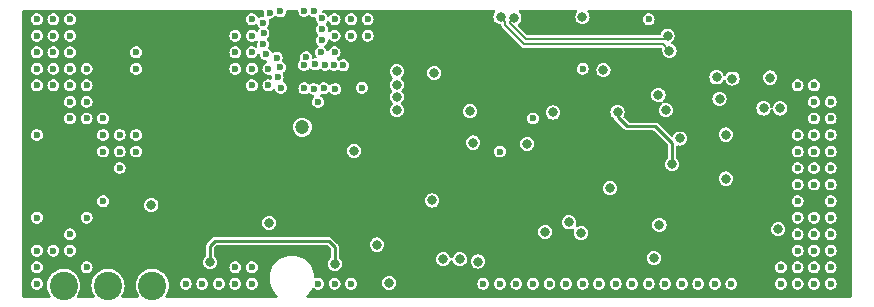
<source format=gbr>
%TF.GenerationSoftware,KiCad,Pcbnew,8.0.5*%
%TF.CreationDate,2024-10-31T16:03:57+00:00*%
%TF.ProjectId,BG95V4,42473935-5634-42e6-9b69-6361645f7063,rev?*%
%TF.SameCoordinates,Original*%
%TF.FileFunction,Copper,L2,Inr*%
%TF.FilePolarity,Positive*%
%FSLAX46Y46*%
G04 Gerber Fmt 4.6, Leading zero omitted, Abs format (unit mm)*
G04 Created by KiCad (PCBNEW 8.0.5) date 2024-10-31 16:03:57*
%MOMM*%
%LPD*%
G01*
G04 APERTURE LIST*
%TA.AperFunction,ComponentPad*%
%ADD10R,2.400000X2.400000*%
%TD*%
%TA.AperFunction,ComponentPad*%
%ADD11C,2.400000*%
%TD*%
%TA.AperFunction,ViaPad*%
%ADD12C,0.600000*%
%TD*%
%TA.AperFunction,ViaPad*%
%ADD13C,0.800000*%
%TD*%
%TA.AperFunction,ViaPad*%
%ADD14C,1.200000*%
%TD*%
%TA.AperFunction,Conductor*%
%ADD15C,0.250000*%
%TD*%
%TA.AperFunction,Conductor*%
%ADD16C,0.200000*%
%TD*%
G04 APERTURE END LIST*
D10*
%TO.N,/+3V6d*%
%TO.C,BT1*%
X11750000Y19500000D03*
D11*
%TO.N,GND*%
X11750000Y-1500000D03*
X15500000Y-1500000D03*
X8000000Y-1500000D03*
%TD*%
D12*
%TO.N,GND*%
X30022800Y15189200D03*
X22533000Y45394D03*
X12733000Y9845394D03*
X71533000Y8445394D03*
X58933000Y-1354606D03*
D13*
X39370000Y16510000D03*
D12*
X26339800Y16967200D03*
X11333000Y11245394D03*
X30933000Y18245394D03*
X70133000Y8445394D03*
X70133000Y7045394D03*
D13*
X58432288Y3644211D03*
D12*
X28524200Y17830800D03*
X5733000Y4245394D03*
X60333000Y-1354606D03*
X29533000Y14045394D03*
X32333000Y-1354606D03*
D13*
X36195000Y13335000D03*
D12*
X11333000Y12645394D03*
X70133000Y5645394D03*
X26035000Y17780000D03*
X24917400Y19862800D03*
X72933000Y11245394D03*
X72933000Y-1354606D03*
X72933000Y4245394D03*
X5733000Y11245394D03*
X72933000Y9845394D03*
X5733000Y21045394D03*
X33733000Y21045394D03*
X14133000Y18245394D03*
X5733000Y19645394D03*
D13*
X35560000Y-1270000D03*
D12*
X30124400Y17195800D03*
X29794200Y18237200D03*
X12733000Y8445394D03*
X70133000Y11245394D03*
X71533000Y1445394D03*
D13*
X60147200Y10947400D03*
D12*
X22533000Y18245394D03*
X29533000Y-1354606D03*
X8533000Y16845394D03*
X7133000Y21045394D03*
X26390600Y15240000D03*
X33733000Y19645394D03*
X70133000Y9845394D03*
X44933000Y9845394D03*
X29286200Y17221200D03*
X9933000Y45394D03*
X8533000Y21045394D03*
X70133000Y-1354606D03*
X5733000Y1445394D03*
X7133000Y1445394D03*
X25333000Y16845394D03*
X72933000Y5645394D03*
X71533000Y9845394D03*
X9933000Y15445394D03*
X8533000Y15445394D03*
X49133000Y-1354606D03*
X14133000Y9845394D03*
X57533000Y21045394D03*
X31673800Y17145000D03*
X8533000Y2845394D03*
X28371800Y15189200D03*
X70133000Y45394D03*
X57533000Y-1354606D03*
X9933000Y12645394D03*
X25333000Y15445394D03*
X32333000Y19645394D03*
X72933000Y12645394D03*
D13*
X36195000Y14478000D03*
D12*
X72933000Y7045394D03*
X18333000Y-1354606D03*
X71533000Y-1354606D03*
X43533000Y-1354606D03*
X7133000Y15445394D03*
X30911800Y17170400D03*
X8533000Y14045394D03*
X63133000Y-1354606D03*
X26339800Y21717000D03*
X12733000Y11245394D03*
X8533000Y12645394D03*
X68733000Y-1354606D03*
X23933000Y16845394D03*
X7133000Y18245394D03*
X28346400Y17170400D03*
X22533000Y-1354606D03*
X70133000Y1445394D03*
X24892000Y18923000D03*
X7133000Y16845394D03*
X8533000Y1445394D03*
X71533000Y4245394D03*
X23933000Y-1354606D03*
X29845000Y19253200D03*
X8533000Y18245394D03*
X29210000Y21717000D03*
X30933000Y-1354606D03*
X8533000Y19645394D03*
X24892000Y20751800D03*
X30933000Y19645394D03*
X14133000Y11245394D03*
X11333000Y5645394D03*
X14133000Y16845394D03*
X30933000Y21045394D03*
X71533000Y12645394D03*
D13*
X25400000Y3810000D03*
X36195000Y16637000D03*
X49430000Y13150000D03*
X36195000Y15494000D03*
D12*
X22533000Y19645394D03*
X23933000Y19645394D03*
X23933000Y21045394D03*
X9933000Y4245394D03*
X19733000Y-1354606D03*
X70133000Y15445394D03*
X72933000Y14045394D03*
X44933000Y-1354606D03*
X32333000Y21045394D03*
X72933000Y45394D03*
X21133000Y-1354606D03*
X56133000Y-1354606D03*
X33248600Y15240000D03*
X50533000Y-1354606D03*
X71533000Y2845394D03*
X25425400Y21590000D03*
X5733000Y-1354606D03*
X23933000Y18245394D03*
X29184600Y15138400D03*
X71533000Y11245394D03*
X71533000Y15445394D03*
X5733000Y18245394D03*
X29845000Y21107400D03*
X26111200Y16129000D03*
X47733000Y-1354606D03*
X72933000Y8445394D03*
X5733000Y15445394D03*
X28371800Y21742400D03*
D13*
X54250000Y6740000D03*
D12*
X68733000Y45394D03*
X47733000Y12645394D03*
X51933000Y-1354606D03*
X71533000Y14045394D03*
X22533000Y16845394D03*
X64533000Y-1354606D03*
X29870400Y20193000D03*
X9933000Y14045394D03*
X9933000Y16845394D03*
X54733000Y-1354606D03*
X72933000Y1445394D03*
X23933000Y45394D03*
X71533000Y45394D03*
X7133000Y19645394D03*
X46333000Y-1354606D03*
X70133000Y2845394D03*
X5733000Y16845394D03*
X71533000Y7045394D03*
X25146000Y18059400D03*
X72933000Y2845394D03*
X70133000Y4245394D03*
X61733000Y-1354606D03*
X5733000Y45394D03*
X30988000Y15138400D03*
X11333000Y9845394D03*
X53333000Y-1354606D03*
X23933000Y15445394D03*
X51933000Y16845394D03*
D13*
%TO.N,/uGND*%
X42675000Y10600000D03*
X34510000Y1960000D03*
X42400000Y13250000D03*
%TO.N,/uRST*%
X41540000Y719989D03*
%TO.N,/uCLK*%
X32580000Y9900000D03*
X39200000Y5700000D03*
%TO.N,/uData*%
X40130000Y720000D03*
%TO.N,/uVDD*%
X43070000Y530000D03*
%TO.N,/VBAT*%
X57960000Y830000D03*
X47233980Y10491020D03*
D14*
X28200000Y11900000D03*
D13*
%TO.N,/uStatus*%
X67825000Y16100000D03*
%TO.N,/uPWRKEY*%
X68675000Y13500000D03*
%TO.N,/uDTR*%
X63275000Y16125000D03*
%TO.N,/TxD*%
X64050000Y11275000D03*
%TO.N,/RxD*%
X64050000Y7550000D03*
%TO.N,/uDCD*%
X64625000Y16025000D03*
%TO.N,Net-(Q1-C)*%
X15417800Y5308600D03*
%TO.N,/RXD*%
X50775000Y3850000D03*
%TO.N,/TXD*%
X51800000Y2950000D03*
%TO.N,/VDD_EXT*%
X58350000Y14625000D03*
%TO.N,/DTR*%
X58975000Y13350000D03*
%TO.N,/DCD*%
X48768000Y3048000D03*
%TO.N,/PWRKEY*%
X51917600Y21234400D03*
%TO.N,/Status*%
X53695600Y16738600D03*
%TO.N,/Alim*%
X20400000Y475000D03*
X30962600Y330200D03*
%TO.N,/+3V6d*%
X19126200Y14833600D03*
X15392400Y7239000D03*
%TO.N,/+3V3_UC*%
X68500000Y3275000D03*
X67250000Y13500000D03*
X63525000Y14300000D03*
%TO.N,/T*%
X59512200Y8763000D03*
X54889400Y13182600D03*
%TO.N,/D+*%
X59283600Y18389600D03*
X44983400Y21234400D03*
%TO.N,/D-*%
X46151800Y21183600D03*
X59125498Y19659600D03*
%TD*%
D15*
%TO.N,/Alim*%
X30454600Y2286000D02*
X20802600Y2286000D01*
X20400000Y1883400D02*
X20400000Y475000D01*
X20802600Y2286000D02*
X20400000Y1883400D01*
X30962600Y1778000D02*
X30454600Y2286000D01*
X30962600Y330200D02*
X30962600Y1778000D01*
%TO.N,/T*%
X54889400Y12801600D02*
X54889400Y13182600D01*
X58089800Y11963400D02*
X55727600Y11963400D01*
X59512200Y8763000D02*
X59512200Y10541000D01*
X59512200Y10541000D02*
X58089800Y11963400D01*
X55727600Y11963400D02*
X54889400Y12801600D01*
D16*
%TO.N,/D+*%
X45367999Y20849801D02*
X45367999Y20531601D01*
X44983400Y21234400D02*
X45367999Y20849801D01*
X58746600Y18926600D02*
X59283600Y18389600D01*
X46973000Y18926600D02*
X58746600Y18926600D01*
X45367999Y20531601D02*
X46973000Y18926600D01*
%TO.N,/D-*%
X46151800Y21183600D02*
X45818001Y20849801D01*
X45818001Y20849801D02*
X45818001Y20717999D01*
X58848200Y19376600D02*
X59131200Y19659600D01*
X47159400Y19376600D02*
X58848200Y19376600D01*
X59131200Y19659600D02*
X59125498Y19659600D01*
X45818001Y20717999D02*
X47159400Y19376600D01*
%TD*%
%TA.AperFunction,Conductor*%
%TO.N,/+3V6d*%
G36*
X24878320Y21819398D02*
G01*
X24924813Y21765742D01*
X24934917Y21695469D01*
X24919753Y21590000D01*
X24940235Y21447543D01*
X24940236Y21447539D01*
X24947953Y21430643D01*
X24958058Y21360369D01*
X24928565Y21295788D01*
X24868839Y21257404D01*
X24833340Y21252300D01*
X24820039Y21252300D01*
X24681947Y21211753D01*
X24658210Y21196498D01*
X24591905Y21153887D01*
X24523785Y21133885D01*
X24455664Y21153887D01*
X24409172Y21207540D01*
X24358377Y21318767D01*
X24264128Y21427537D01*
X24143053Y21505347D01*
X24004961Y21545894D01*
X23861039Y21545894D01*
X23722947Y21505347D01*
X23693530Y21486442D01*
X23601873Y21427538D01*
X23601872Y21427537D01*
X23507623Y21318767D01*
X23456829Y21207543D01*
X23447835Y21187850D01*
X23427353Y21045394D01*
X23447835Y20902937D01*
X23507623Y20772020D01*
X23601873Y20663249D01*
X23722946Y20585441D01*
X23861039Y20544894D01*
X24004961Y20544894D01*
X24143053Y20585441D01*
X24233094Y20643306D01*
X24301215Y20663308D01*
X24369335Y20643306D01*
X24415827Y20589651D01*
X24466621Y20478429D01*
X24466623Y20478426D01*
X24556107Y20375155D01*
X24585600Y20310574D01*
X24575495Y20240300D01*
X24556107Y20210131D01*
X24492023Y20136173D01*
X24492021Y20136170D01*
X24461783Y20069959D01*
X24415290Y20016304D01*
X24347169Y19996302D01*
X24279049Y20016305D01*
X24264651Y20027083D01*
X24264135Y20027528D01*
X24264128Y20027537D01*
X24143053Y20105347D01*
X24004961Y20145894D01*
X23861039Y20145894D01*
X23722947Y20105347D01*
X23669566Y20071041D01*
X23601873Y20027538D01*
X23601872Y20027537D01*
X23507623Y19918767D01*
X23447835Y19787851D01*
X23429395Y19659599D01*
X23427353Y19645394D01*
X23447835Y19502937D01*
X23507623Y19372020D01*
X23601873Y19263249D01*
X23722946Y19185441D01*
X23861039Y19144894D01*
X24004961Y19144894D01*
X24143053Y19185441D01*
X24232976Y19243230D01*
X24301097Y19263232D01*
X24369218Y19243229D01*
X24415710Y19189573D01*
X24425813Y19119299D01*
X24415710Y19084890D01*
X24406835Y19065457D01*
X24394524Y18979827D01*
X24386353Y18922999D01*
X24406337Y18784002D01*
X24396232Y18713728D01*
X24349739Y18660072D01*
X24281618Y18640071D01*
X24213501Y18660072D01*
X24143053Y18705347D01*
X24004961Y18745894D01*
X23861039Y18745894D01*
X23722947Y18705347D01*
X23693059Y18686139D01*
X23601873Y18627538D01*
X23508131Y18519353D01*
X23507623Y18518767D01*
X23447835Y18387851D01*
X23427353Y18245394D01*
X23447657Y18104173D01*
X23447835Y18102940D01*
X23447835Y18102937D01*
X23507623Y17972020D01*
X23601873Y17863249D01*
X23722946Y17785441D01*
X23861039Y17744894D01*
X24004961Y17744894D01*
X24143053Y17785441D01*
X24264126Y17863249D01*
X24290165Y17893299D01*
X24358377Y17972021D01*
X24358941Y17973256D01*
X24404129Y18072202D01*
X24450622Y18125857D01*
X24518742Y18145859D01*
X24586863Y18125857D01*
X24633356Y18072201D01*
X24643459Y18037791D01*
X24660833Y17916949D01*
X24660835Y17916943D01*
X24720623Y17786026D01*
X24814873Y17677255D01*
X24935946Y17599447D01*
X25074039Y17558900D01*
X25110121Y17558900D01*
X25178242Y17538898D01*
X25224735Y17485242D01*
X25234839Y17414968D01*
X25205345Y17350388D01*
X25145619Y17312004D01*
X25122947Y17305347D01*
X25062409Y17266442D01*
X25001873Y17227538D01*
X25001872Y17227537D01*
X24907623Y17118767D01*
X24847835Y16987851D01*
X24834537Y16895362D01*
X24827353Y16845394D01*
X24847835Y16702937D01*
X24907623Y16572020D01*
X25001873Y16463249D01*
X25122946Y16385441D01*
X25261039Y16344894D01*
X25404959Y16344894D01*
X25404961Y16344894D01*
X25458686Y16360669D01*
X25529683Y16360668D01*
X25589408Y16322283D01*
X25618901Y16257702D01*
X25618901Y16221841D01*
X25605553Y16128999D01*
X25613979Y16070390D01*
X25603874Y16000116D01*
X25557380Y15946461D01*
X25489259Y15926460D01*
X25453768Y15931563D01*
X25404961Y15945894D01*
X25261039Y15945894D01*
X25122947Y15905347D01*
X25121346Y15904318D01*
X25001873Y15827538D01*
X25001872Y15827537D01*
X24907623Y15718767D01*
X24847835Y15587851D01*
X24832476Y15481028D01*
X24827353Y15445394D01*
X24847835Y15302937D01*
X24907623Y15172020D01*
X25001873Y15063249D01*
X25122946Y14985441D01*
X25261039Y14944894D01*
X25404961Y14944894D01*
X25543053Y14985441D01*
X25664126Y15063249D01*
X25664130Y15063252D01*
X25704014Y15109281D01*
X25763740Y15147665D01*
X25834736Y15147665D01*
X25894462Y15109281D01*
X25913851Y15079112D01*
X25965221Y14966629D01*
X25965223Y14966626D01*
X26059473Y14857855D01*
X26180546Y14780047D01*
X26318639Y14739500D01*
X26462561Y14739500D01*
X26600653Y14780047D01*
X26721726Y14857855D01*
X26815976Y14966626D01*
X26815977Y14966627D01*
X26875765Y15097543D01*
X26888943Y15189200D01*
X27866153Y15189200D01*
X27886635Y15046743D01*
X27946423Y14915826D01*
X28040673Y14807055D01*
X28161746Y14729247D01*
X28299839Y14688700D01*
X28443761Y14688700D01*
X28581850Y14729246D01*
X28581853Y14729247D01*
X28662137Y14780842D01*
X28679504Y14792003D01*
X28747625Y14812004D01*
X28815746Y14792001D01*
X28842847Y14768519D01*
X28853474Y14756254D01*
X28974546Y14678447D01*
X29112640Y14637899D01*
X29121560Y14636617D01*
X29121197Y14634098D01*
X29176372Y14617898D01*
X29222865Y14564242D01*
X29232969Y14493968D01*
X29203476Y14429388D01*
X29201872Y14427537D01*
X29107623Y14318767D01*
X29051885Y14196718D01*
X29047835Y14187850D01*
X29027353Y14045394D01*
X29047835Y13902937D01*
X29107623Y13772020D01*
X29201873Y13663249D01*
X29322946Y13585441D01*
X29461039Y13544894D01*
X29604961Y13544894D01*
X29743053Y13585441D01*
X29864126Y13663249D01*
X29873905Y13674534D01*
X29958377Y13772021D01*
X30018165Y13902937D01*
X30038647Y14045394D01*
X30018165Y14187851D01*
X29958377Y14318767D01*
X29864128Y14427537D01*
X29780167Y14481495D01*
X29733676Y14535147D01*
X29723571Y14605421D01*
X29753063Y14670002D01*
X29812789Y14708387D01*
X29883785Y14708388D01*
X29928876Y14695148D01*
X29950839Y14688700D01*
X29950840Y14688700D01*
X30094761Y14688700D01*
X30232853Y14729247D01*
X30353926Y14807055D01*
X30353929Y14807057D01*
X30388165Y14846569D01*
X30447890Y14884954D01*
X30518887Y14884955D01*
X30578613Y14846572D01*
X30578614Y14846571D01*
X30656873Y14756255D01*
X30777946Y14678447D01*
X30916039Y14637900D01*
X31059961Y14637900D01*
X31198053Y14678447D01*
X31319126Y14756255D01*
X31367433Y14812004D01*
X31413377Y14865027D01*
X31473165Y14995943D01*
X31493647Y15138400D01*
X31479039Y15240000D01*
X32742953Y15240000D01*
X32763435Y15097543D01*
X32823223Y14966626D01*
X32917473Y14857855D01*
X33038546Y14780047D01*
X33176639Y14739500D01*
X33320561Y14739500D01*
X33458653Y14780047D01*
X33579726Y14857855D01*
X33673976Y14966626D01*
X33673977Y14966627D01*
X33733765Y15097543D01*
X33754247Y15240000D01*
X33733765Y15382457D01*
X33673977Y15513373D01*
X33579728Y15622143D01*
X33458653Y15699953D01*
X33320561Y15740500D01*
X33176639Y15740500D01*
X33038547Y15699953D01*
X32990456Y15669047D01*
X32917473Y15622144D01*
X32917472Y15622143D01*
X32823223Y15513373D01*
X32776824Y15411773D01*
X32763435Y15382456D01*
X32742953Y15240000D01*
X31479039Y15240000D01*
X31473165Y15280857D01*
X31413377Y15411773D01*
X31319128Y15520543D01*
X31198053Y15598353D01*
X31059961Y15638900D01*
X30916039Y15638900D01*
X30777947Y15598353D01*
X30735922Y15571345D01*
X30656873Y15520544D01*
X30656870Y15520542D01*
X30622634Y15481030D01*
X30562909Y15442645D01*
X30491912Y15442645D01*
X30432186Y15481026D01*
X30353928Y15571343D01*
X30232853Y15649153D01*
X30094761Y15689700D01*
X29950839Y15689700D01*
X29812747Y15649153D01*
X29691672Y15571343D01*
X29671962Y15548596D01*
X29612235Y15510213D01*
X29541238Y15510214D01*
X29508622Y15525109D01*
X29394653Y15598353D01*
X29256561Y15638900D01*
X29112639Y15638900D01*
X28974547Y15598353D01*
X28972003Y15596718D01*
X28876895Y15535597D01*
X28808774Y15515595D01*
X28740653Y15535598D01*
X28713550Y15559083D01*
X28702928Y15571343D01*
X28581853Y15649153D01*
X28443761Y15689700D01*
X28299839Y15689700D01*
X28161747Y15649153D01*
X28145793Y15638900D01*
X28040673Y15571344D01*
X28040672Y15571343D01*
X27946423Y15462573D01*
X27889185Y15337239D01*
X27886635Y15331656D01*
X27866153Y15189200D01*
X26888943Y15189200D01*
X26896247Y15240000D01*
X26875765Y15382457D01*
X26815977Y15513373D01*
X26721728Y15622143D01*
X26600653Y15699953D01*
X26600652Y15699953D01*
X26593072Y15704825D01*
X26594241Y15706644D01*
X26549771Y15745173D01*
X26529765Y15813293D01*
X26541150Y15865641D01*
X26596365Y15986543D01*
X26616847Y16129000D01*
X26596365Y16271457D01*
X26547916Y16377543D01*
X26537812Y16447813D01*
X26567305Y16512394D01*
X26594409Y16535881D01*
X26670927Y16585056D01*
X26715937Y16637000D01*
X35589318Y16637000D01*
X35589318Y16636999D01*
X35609955Y16480239D01*
X35670463Y16334160D01*
X35670465Y16334157D01*
X35766720Y16208715D01*
X35823089Y16165462D01*
X35864956Y16108124D01*
X35869178Y16037253D01*
X35834414Y15975350D01*
X35823089Y15965538D01*
X35766720Y15922284D01*
X35766719Y15922282D01*
X35766718Y15922282D01*
X35670465Y15796842D01*
X35670463Y15796839D01*
X35609955Y15650760D01*
X35589318Y15494000D01*
X35589318Y15493999D01*
X35609955Y15337239D01*
X35670463Y15191160D01*
X35670465Y15191157D01*
X35702402Y15149536D01*
X35756440Y15079112D01*
X35769031Y15062704D01*
X35794631Y14996483D01*
X35780366Y14926935D01*
X35769031Y14909296D01*
X35766718Y14906282D01*
X35671171Y14781762D01*
X35670465Y14780842D01*
X35670463Y14780839D01*
X35609955Y14634760D01*
X35589318Y14478000D01*
X35589318Y14477999D01*
X35609955Y14321239D01*
X35670463Y14175160D01*
X35670465Y14175157D01*
X35766720Y14049715D01*
X35823089Y14006462D01*
X35864956Y13949124D01*
X35869178Y13878253D01*
X35834414Y13816350D01*
X35823089Y13806538D01*
X35766720Y13763284D01*
X35766719Y13763282D01*
X35766718Y13763282D01*
X35670465Y13637842D01*
X35670463Y13637839D01*
X35609955Y13491760D01*
X35589318Y13335000D01*
X35589318Y13334999D01*
X35609955Y13178239D01*
X35670463Y13032160D01*
X35670465Y13032157D01*
X35766718Y12906718D01*
X35892157Y12810465D01*
X35892160Y12810463D01*
X36038239Y12749955D01*
X36195000Y12729318D01*
X36351760Y12749955D01*
X36497839Y12810463D01*
X36497842Y12810465D01*
X36623282Y12906718D01*
X36719536Y13032159D01*
X36780044Y13178238D01*
X36789492Y13250000D01*
X41794318Y13250000D01*
X41794318Y13249999D01*
X41814955Y13093239D01*
X41875463Y12947160D01*
X41875465Y12947157D01*
X41971718Y12821718D01*
X42097157Y12725465D01*
X42097160Y12725463D01*
X42243239Y12664955D01*
X42400000Y12644318D01*
X42408173Y12645394D01*
X47227353Y12645394D01*
X47247835Y12502937D01*
X47307623Y12372020D01*
X47401873Y12263249D01*
X47522946Y12185441D01*
X47661039Y12144894D01*
X47804961Y12144894D01*
X47943053Y12185441D01*
X48064126Y12263249D01*
X48067130Y12266715D01*
X48158377Y12372021D01*
X48218165Y12502937D01*
X48238647Y12645394D01*
X48218165Y12787851D01*
X48158377Y12918767D01*
X48064128Y13027537D01*
X47943053Y13105347D01*
X47804961Y13145894D01*
X47661039Y13145894D01*
X47522947Y13105347D01*
X47504107Y13093239D01*
X47401873Y13027538D01*
X47401872Y13027537D01*
X47307623Y12918767D01*
X47247835Y12787851D01*
X47241576Y12744318D01*
X47227353Y12645394D01*
X42408173Y12645394D01*
X42556760Y12664955D01*
X42702839Y12725463D01*
X42702842Y12725465D01*
X42828282Y12821718D01*
X42924536Y12947159D01*
X42985044Y13093238D01*
X42992517Y13150000D01*
X48824318Y13150000D01*
X48824318Y13149999D01*
X48844955Y12993239D01*
X48905463Y12847160D01*
X48905465Y12847157D01*
X49001718Y12721718D01*
X49127157Y12625465D01*
X49127160Y12625463D01*
X49273239Y12564955D01*
X49430000Y12544318D01*
X49586760Y12564955D01*
X49732839Y12625463D01*
X49732842Y12625465D01*
X49733263Y12625788D01*
X49858282Y12721718D01*
X49954536Y12847159D01*
X50015044Y12993238D01*
X50029803Y13105347D01*
X50035682Y13149999D01*
X50035682Y13150000D01*
X50031390Y13182600D01*
X54283718Y13182600D01*
X54283718Y13182599D01*
X54304355Y13025839D01*
X54364863Y12879760D01*
X54364865Y12879757D01*
X54452955Y12764956D01*
X54461118Y12754318D01*
X54577578Y12664955D01*
X54584370Y12659744D01*
X54616783Y12622784D01*
X54628931Y12601744D01*
X54628938Y12601734D01*
X54858652Y12372021D01*
X55467133Y11763540D01*
X55467135Y11763538D01*
X55484779Y11745894D01*
X55527738Y11702934D01*
X55553824Y11687873D01*
X55564850Y11681508D01*
X55564851Y11681507D01*
X55601955Y11660084D01*
X55601959Y11660082D01*
X55601961Y11660082D01*
X55684747Y11637900D01*
X55770453Y11637900D01*
X57902783Y11637900D01*
X57970904Y11617898D01*
X57991878Y11600995D01*
X59149795Y10443078D01*
X59183821Y10380766D01*
X59186700Y10353983D01*
X59186700Y9332285D01*
X59166698Y9264164D01*
X59137403Y9232322D01*
X59083919Y9191283D01*
X58987665Y9065842D01*
X58987663Y9065839D01*
X58927155Y8919760D01*
X58906518Y8763000D01*
X58906518Y8762999D01*
X58927155Y8606239D01*
X58987663Y8460160D01*
X58987665Y8460157D01*
X59083918Y8334718D01*
X59209357Y8238465D01*
X59209360Y8238463D01*
X59355439Y8177955D01*
X59512200Y8157318D01*
X59668960Y8177955D01*
X59815039Y8238463D01*
X59815042Y8238465D01*
X59940482Y8334718D01*
X60025406Y8445394D01*
X69627353Y8445394D01*
X69647835Y8302937D01*
X69707623Y8172020D01*
X69801873Y8063249D01*
X69922946Y7985441D01*
X70061039Y7944894D01*
X70204961Y7944894D01*
X70343053Y7985441D01*
X70464126Y8063249D01*
X70473905Y8074534D01*
X70558377Y8172021D01*
X70618165Y8302937D01*
X70638647Y8445394D01*
X71027353Y8445394D01*
X71047835Y8302937D01*
X71107623Y8172020D01*
X71201873Y8063249D01*
X71322946Y7985441D01*
X71461039Y7944894D01*
X71604961Y7944894D01*
X71743053Y7985441D01*
X71864126Y8063249D01*
X71873905Y8074534D01*
X71958377Y8172021D01*
X72018165Y8302937D01*
X72038647Y8445394D01*
X72427353Y8445394D01*
X72447835Y8302937D01*
X72507623Y8172020D01*
X72601873Y8063249D01*
X72722946Y7985441D01*
X72861039Y7944894D01*
X73004961Y7944894D01*
X73143053Y7985441D01*
X73264126Y8063249D01*
X73273905Y8074534D01*
X73358377Y8172021D01*
X73418165Y8302937D01*
X73438647Y8445394D01*
X73418165Y8587851D01*
X73358377Y8718767D01*
X73264128Y8827537D01*
X73143053Y8905347D01*
X73004961Y8945894D01*
X72861039Y8945894D01*
X72722947Y8905347D01*
X72662409Y8866442D01*
X72601873Y8827538D01*
X72601872Y8827537D01*
X72507623Y8718767D01*
X72456233Y8606238D01*
X72447835Y8587850D01*
X72427353Y8445394D01*
X72038647Y8445394D01*
X72018165Y8587851D01*
X71958377Y8718767D01*
X71864128Y8827537D01*
X71743053Y8905347D01*
X71604961Y8945894D01*
X71461039Y8945894D01*
X71322947Y8905347D01*
X71262409Y8866442D01*
X71201873Y8827538D01*
X71201872Y8827537D01*
X71107623Y8718767D01*
X71056233Y8606238D01*
X71047835Y8587850D01*
X71027353Y8445394D01*
X70638647Y8445394D01*
X70618165Y8587851D01*
X70558377Y8718767D01*
X70464128Y8827537D01*
X70343053Y8905347D01*
X70204961Y8945894D01*
X70061039Y8945894D01*
X69922947Y8905347D01*
X69862409Y8866442D01*
X69801873Y8827538D01*
X69801872Y8827537D01*
X69707623Y8718767D01*
X69656233Y8606238D01*
X69647835Y8587850D01*
X69627353Y8445394D01*
X60025406Y8445394D01*
X60036736Y8460159D01*
X60097244Y8606238D01*
X60117882Y8763000D01*
X60097244Y8919762D01*
X60036736Y9065841D01*
X59940482Y9191282D01*
X59886996Y9232322D01*
X59845129Y9289659D01*
X59837700Y9332285D01*
X59837700Y9845394D01*
X69627353Y9845394D01*
X69647835Y9702937D01*
X69707623Y9572020D01*
X69801873Y9463249D01*
X69922946Y9385441D01*
X70061039Y9344894D01*
X70204961Y9344894D01*
X70343053Y9385441D01*
X70464126Y9463249D01*
X70471465Y9471718D01*
X70558377Y9572021D01*
X70618165Y9702937D01*
X70638647Y9845394D01*
X71027353Y9845394D01*
X71047835Y9702937D01*
X71107623Y9572020D01*
X71201873Y9463249D01*
X71322946Y9385441D01*
X71461039Y9344894D01*
X71604961Y9344894D01*
X71743053Y9385441D01*
X71864126Y9463249D01*
X71871465Y9471718D01*
X71958377Y9572021D01*
X72018165Y9702937D01*
X72038647Y9845394D01*
X72427353Y9845394D01*
X72447835Y9702937D01*
X72507623Y9572020D01*
X72601873Y9463249D01*
X72722946Y9385441D01*
X72861039Y9344894D01*
X73004961Y9344894D01*
X73143053Y9385441D01*
X73264126Y9463249D01*
X73271465Y9471718D01*
X73358377Y9572021D01*
X73418165Y9702937D01*
X73438647Y9845394D01*
X73418165Y9987851D01*
X73358377Y10118767D01*
X73264128Y10227537D01*
X73143053Y10305347D01*
X73004961Y10345894D01*
X72861039Y10345894D01*
X72722947Y10305347D01*
X72662409Y10266442D01*
X72601873Y10227538D01*
X72601872Y10227537D01*
X72507623Y10118767D01*
X72450789Y9994318D01*
X72447835Y9987850D01*
X72427353Y9845394D01*
X72038647Y9845394D01*
X72018165Y9987851D01*
X71958377Y10118767D01*
X71864128Y10227537D01*
X71743053Y10305347D01*
X71604961Y10345894D01*
X71461039Y10345894D01*
X71322947Y10305347D01*
X71262409Y10266442D01*
X71201873Y10227538D01*
X71201872Y10227537D01*
X71107623Y10118767D01*
X71050789Y9994318D01*
X71047835Y9987850D01*
X71027353Y9845394D01*
X70638647Y9845394D01*
X70618165Y9987851D01*
X70558377Y10118767D01*
X70464128Y10227537D01*
X70343053Y10305347D01*
X70204961Y10345894D01*
X70061039Y10345894D01*
X69922947Y10305347D01*
X69862409Y10266442D01*
X69801873Y10227538D01*
X69801872Y10227537D01*
X69707623Y10118767D01*
X69650789Y9994318D01*
X69647835Y9987850D01*
X69627353Y9845394D01*
X59837700Y9845394D01*
X59837700Y10239075D01*
X59857702Y10307196D01*
X59911358Y10353689D01*
X59981632Y10363793D01*
X59985420Y10363016D01*
X60147200Y10341718D01*
X60303960Y10362355D01*
X60450039Y10422863D01*
X60450042Y10422865D01*
X60476594Y10443239D01*
X60575482Y10519118D01*
X60671736Y10644559D01*
X60732244Y10790638D01*
X60742563Y10869019D01*
X60752882Y10947399D01*
X60752882Y10947400D01*
X60733761Y11092637D01*
X60732244Y11104162D01*
X60671736Y11250241D01*
X60652738Y11275000D01*
X63444318Y11275000D01*
X63444318Y11274999D01*
X63464955Y11118239D01*
X63525463Y10972160D01*
X63525465Y10972157D01*
X63621718Y10846718D01*
X63747157Y10750465D01*
X63747160Y10750463D01*
X63893239Y10689955D01*
X64050000Y10669318D01*
X64206760Y10689955D01*
X64352839Y10750463D01*
X64352842Y10750465D01*
X64361046Y10756760D01*
X64478282Y10846718D01*
X64574536Y10972159D01*
X64635044Y11118238D01*
X64651784Y11245394D01*
X69627353Y11245394D01*
X69647835Y11102937D01*
X69707623Y10972020D01*
X69801873Y10863249D01*
X69922946Y10785441D01*
X70061039Y10744894D01*
X70204961Y10744894D01*
X70343053Y10785441D01*
X70464126Y10863249D01*
X70498433Y10902841D01*
X70558377Y10972021D01*
X70618165Y11102937D01*
X70638647Y11245394D01*
X71027353Y11245394D01*
X71047835Y11102937D01*
X71107623Y10972020D01*
X71201873Y10863249D01*
X71322946Y10785441D01*
X71461039Y10744894D01*
X71604961Y10744894D01*
X71743053Y10785441D01*
X71864126Y10863249D01*
X71898433Y10902841D01*
X71958377Y10972021D01*
X72018165Y11102937D01*
X72038647Y11245394D01*
X72427353Y11245394D01*
X72447835Y11102937D01*
X72507623Y10972020D01*
X72601873Y10863249D01*
X72722946Y10785441D01*
X72861039Y10744894D01*
X73004961Y10744894D01*
X73143053Y10785441D01*
X73264126Y10863249D01*
X73298433Y10902841D01*
X73358377Y10972021D01*
X73418165Y11102937D01*
X73438647Y11245394D01*
X73418165Y11387851D01*
X73358377Y11518767D01*
X73264128Y11627537D01*
X73143053Y11705347D01*
X73004961Y11745894D01*
X72861039Y11745894D01*
X72722947Y11705347D01*
X72685854Y11681509D01*
X72601873Y11627538D01*
X72601872Y11627537D01*
X72507623Y11518767D01*
X72447835Y11387851D01*
X72446085Y11375681D01*
X72427353Y11245394D01*
X72038647Y11245394D01*
X72018165Y11387851D01*
X71958377Y11518767D01*
X71864128Y11627537D01*
X71743053Y11705347D01*
X71604961Y11745894D01*
X71461039Y11745894D01*
X71322947Y11705347D01*
X71285854Y11681509D01*
X71201873Y11627538D01*
X71201872Y11627537D01*
X71107623Y11518767D01*
X71047835Y11387851D01*
X71046085Y11375681D01*
X71027353Y11245394D01*
X70638647Y11245394D01*
X70618165Y11387851D01*
X70558377Y11518767D01*
X70464128Y11627537D01*
X70343053Y11705347D01*
X70204961Y11745894D01*
X70061039Y11745894D01*
X69922947Y11705347D01*
X69885854Y11681509D01*
X69801873Y11627538D01*
X69801872Y11627537D01*
X69707623Y11518767D01*
X69647835Y11387851D01*
X69646085Y11375681D01*
X69627353Y11245394D01*
X64651784Y11245394D01*
X64652422Y11250239D01*
X64655682Y11274999D01*
X64655682Y11275000D01*
X64635044Y11431760D01*
X64635044Y11431762D01*
X64574536Y11577841D01*
X64478282Y11703282D01*
X64352841Y11799536D01*
X64206762Y11860044D01*
X64050000Y11880682D01*
X63893238Y11860044D01*
X63747159Y11799536D01*
X63621718Y11703282D01*
X63588570Y11660082D01*
X63525465Y11577842D01*
X63525463Y11577839D01*
X63464955Y11431760D01*
X63444318Y11275000D01*
X60652738Y11275000D01*
X60575482Y11375682D01*
X60450041Y11471936D01*
X60303962Y11532444D01*
X60147200Y11553082D01*
X59990438Y11532444D01*
X59844359Y11471936D01*
X59718918Y11375682D01*
X59622664Y11250241D01*
X59589566Y11170337D01*
X59545020Y11115058D01*
X59477656Y11092637D01*
X59408865Y11110195D01*
X59384068Y11129458D01*
X58289662Y12223865D01*
X58215439Y12266718D01*
X58132653Y12288900D01*
X58132651Y12288900D01*
X55914616Y12288900D01*
X55846495Y12308902D01*
X55825526Y12325799D01*
X55505931Y12645394D01*
X71027353Y12645394D01*
X71047835Y12502937D01*
X71107623Y12372020D01*
X71201873Y12263249D01*
X71322946Y12185441D01*
X71461039Y12144894D01*
X71604961Y12144894D01*
X71743053Y12185441D01*
X71864126Y12263249D01*
X71867130Y12266715D01*
X71958377Y12372021D01*
X72018165Y12502937D01*
X72038647Y12645394D01*
X72427353Y12645394D01*
X72447835Y12502937D01*
X72507623Y12372020D01*
X72601873Y12263249D01*
X72722946Y12185441D01*
X72861039Y12144894D01*
X73004961Y12144894D01*
X73143053Y12185441D01*
X73264126Y12263249D01*
X73267130Y12266715D01*
X73358377Y12372021D01*
X73418165Y12502937D01*
X73438647Y12645394D01*
X73418165Y12787851D01*
X73358377Y12918767D01*
X73264128Y13027537D01*
X73143053Y13105347D01*
X73004961Y13145894D01*
X72861039Y13145894D01*
X72722947Y13105347D01*
X72704107Y13093239D01*
X72601873Y13027538D01*
X72601872Y13027537D01*
X72507623Y12918767D01*
X72447835Y12787851D01*
X72441576Y12744318D01*
X72427353Y12645394D01*
X72038647Y12645394D01*
X72018165Y12787851D01*
X71958377Y12918767D01*
X71864128Y13027537D01*
X71743053Y13105347D01*
X71604961Y13145894D01*
X71461039Y13145894D01*
X71322947Y13105347D01*
X71304107Y13093239D01*
X71201873Y13027538D01*
X71201872Y13027537D01*
X71107623Y12918767D01*
X71047835Y12787851D01*
X71041576Y12744318D01*
X71027353Y12645394D01*
X55505931Y12645394D01*
X55430187Y12721138D01*
X55396165Y12783447D01*
X55401229Y12854262D01*
X55410167Y12873232D01*
X55413935Y12879758D01*
X55413936Y12879759D01*
X55474444Y13025838D01*
X55495082Y13182600D01*
X55474444Y13339362D01*
X55413936Y13485441D01*
X55317682Y13610882D01*
X55192241Y13707136D01*
X55046162Y13767644D01*
X54889400Y13788282D01*
X54732638Y13767644D01*
X54586559Y13707136D01*
X54461118Y13610882D01*
X54369713Y13491760D01*
X54364865Y13485442D01*
X54364863Y13485439D01*
X54304355Y13339360D01*
X54283718Y13182600D01*
X50031390Y13182600D01*
X50029990Y13193238D01*
X50015044Y13306762D01*
X49954536Y13452841D01*
X49858282Y13578282D01*
X49732841Y13674536D01*
X49586762Y13735044D01*
X49430000Y13755682D01*
X49273238Y13735044D01*
X49127159Y13674536D01*
X49001718Y13578282D01*
X48915948Y13466504D01*
X48905465Y13452842D01*
X48905463Y13452839D01*
X48844955Y13306760D01*
X48824318Y13150000D01*
X42992517Y13150000D01*
X43005682Y13250000D01*
X42985044Y13406762D01*
X42924536Y13552841D01*
X42828282Y13678282D01*
X42702841Y13774536D01*
X42556762Y13835044D01*
X42400000Y13855682D01*
X42243238Y13835044D01*
X42097159Y13774536D01*
X41971718Y13678282D01*
X41920000Y13610881D01*
X41875465Y13552842D01*
X41875463Y13552839D01*
X41814955Y13406760D01*
X41794318Y13250000D01*
X36789492Y13250000D01*
X36796964Y13306760D01*
X36800682Y13334999D01*
X36800682Y13335000D01*
X36780044Y13491760D01*
X36780044Y13491762D01*
X36719536Y13637841D01*
X36623282Y13763282D01*
X36566908Y13806538D01*
X36525043Y13863875D01*
X36520821Y13934746D01*
X36555585Y13996649D01*
X36566903Y14006457D01*
X36623282Y14049718D01*
X36719536Y14175159D01*
X36780044Y14321238D01*
X36790363Y14399619D01*
X36800682Y14477999D01*
X36800682Y14478000D01*
X36781329Y14625000D01*
X57744318Y14625000D01*
X57744318Y14624999D01*
X57764955Y14468239D01*
X57825463Y14322160D01*
X57825465Y14322157D01*
X57921718Y14196718D01*
X58047157Y14100465D01*
X58047160Y14100463D01*
X58193239Y14039955D01*
X58350000Y14019318D01*
X58350001Y14019318D01*
X58500426Y14039121D01*
X58570575Y14028181D01*
X58623673Y13981053D01*
X58642863Y13912699D01*
X58622051Y13844821D01*
X58593576Y13814237D01*
X58546718Y13778282D01*
X58458451Y13663249D01*
X58450465Y13652842D01*
X58450463Y13652839D01*
X58389955Y13506760D01*
X58369318Y13350000D01*
X58369318Y13349999D01*
X58389955Y13193239D01*
X58450463Y13047160D01*
X58450465Y13047157D01*
X58546718Y12921718D01*
X58672157Y12825465D01*
X58672160Y12825463D01*
X58818239Y12764955D01*
X58975000Y12744318D01*
X59131760Y12764955D01*
X59277839Y12825463D01*
X59277842Y12825465D01*
X59403282Y12921718D01*
X59499536Y13047159D01*
X59560044Y13193238D01*
X59579281Y13339360D01*
X59580682Y13349999D01*
X59580682Y13350000D01*
X59567143Y13452841D01*
X59560934Y13500000D01*
X66644318Y13500000D01*
X66644318Y13499999D01*
X66664955Y13343239D01*
X66725463Y13197160D01*
X66725465Y13197157D01*
X66821718Y13071718D01*
X66947157Y12975465D01*
X66947160Y12975463D01*
X67093239Y12914955D01*
X67250000Y12894318D01*
X67406760Y12914955D01*
X67552839Y12975463D01*
X67552842Y12975465D01*
X67678282Y13071718D01*
X67774536Y13197159D01*
X67835044Y13343238D01*
X67837578Y13362486D01*
X67866301Y13427413D01*
X67925566Y13466504D01*
X67996558Y13467349D01*
X68056736Y13429678D01*
X68086995Y13365453D01*
X68087422Y13362486D01*
X68089955Y13343239D01*
X68150463Y13197160D01*
X68150465Y13197157D01*
X68246718Y13071718D01*
X68372157Y12975465D01*
X68372160Y12975463D01*
X68518239Y12914955D01*
X68675000Y12894318D01*
X68831760Y12914955D01*
X68977839Y12975463D01*
X68977842Y12975465D01*
X69103282Y13071718D01*
X69199536Y13197159D01*
X69260044Y13343238D01*
X69276272Y13466504D01*
X69280682Y13499999D01*
X69280682Y13500000D01*
X69270376Y13578282D01*
X69260044Y13656762D01*
X69199536Y13802841D01*
X69103282Y13928282D01*
X68977841Y14024536D01*
X68927485Y14045394D01*
X71027353Y14045394D01*
X71047835Y13902937D01*
X71107623Y13772020D01*
X71201873Y13663249D01*
X71322946Y13585441D01*
X71461039Y13544894D01*
X71604961Y13544894D01*
X71743053Y13585441D01*
X71864126Y13663249D01*
X71873905Y13674534D01*
X71958377Y13772021D01*
X72018165Y13902937D01*
X72038647Y14045394D01*
X72427353Y14045394D01*
X72447835Y13902937D01*
X72507623Y13772020D01*
X72601873Y13663249D01*
X72722946Y13585441D01*
X72861039Y13544894D01*
X73004961Y13544894D01*
X73143053Y13585441D01*
X73264126Y13663249D01*
X73273905Y13674534D01*
X73358377Y13772021D01*
X73418165Y13902937D01*
X73438647Y14045394D01*
X73418165Y14187851D01*
X73358377Y14318767D01*
X73264128Y14427537D01*
X73143053Y14505347D01*
X73004961Y14545894D01*
X72861039Y14545894D01*
X72722947Y14505347D01*
X72705241Y14493968D01*
X72601873Y14427538D01*
X72601872Y14427537D01*
X72507623Y14318767D01*
X72451885Y14196718D01*
X72447835Y14187850D01*
X72427353Y14045394D01*
X72038647Y14045394D01*
X72018165Y14187851D01*
X71958377Y14318767D01*
X71864128Y14427537D01*
X71743053Y14505347D01*
X71604961Y14545894D01*
X71461039Y14545894D01*
X71322947Y14505347D01*
X71305241Y14493968D01*
X71201873Y14427538D01*
X71201872Y14427537D01*
X71107623Y14318767D01*
X71051885Y14196718D01*
X71047835Y14187850D01*
X71027353Y14045394D01*
X68927485Y14045394D01*
X68831762Y14085044D01*
X68675000Y14105682D01*
X68518238Y14085044D01*
X68372159Y14024536D01*
X68246718Y13928282D01*
X68160830Y13816350D01*
X68150465Y13802842D01*
X68150463Y13802839D01*
X68089955Y13656760D01*
X68087422Y13637514D01*
X68058700Y13572587D01*
X67999434Y13533495D01*
X67928443Y13532650D01*
X67868264Y13570320D01*
X67838005Y13634545D01*
X67837578Y13637514D01*
X67835044Y13656760D01*
X67835044Y13656762D01*
X67774536Y13802841D01*
X67678282Y13928282D01*
X67552841Y14024536D01*
X67406762Y14085044D01*
X67250000Y14105682D01*
X67093238Y14085044D01*
X66947159Y14024536D01*
X66821718Y13928282D01*
X66735830Y13816350D01*
X66725465Y13802842D01*
X66725463Y13802839D01*
X66664955Y13656760D01*
X66644318Y13500000D01*
X59560934Y13500000D01*
X59560044Y13506762D01*
X59499536Y13652841D01*
X59403282Y13778282D01*
X59277841Y13874536D01*
X59131762Y13935044D01*
X58975000Y13955682D01*
X58824573Y13935878D01*
X58754425Y13946817D01*
X58701326Y13993945D01*
X58682136Y14062299D01*
X58702947Y14130177D01*
X58731424Y14160763D01*
X58778280Y14196716D01*
X58857533Y14300000D01*
X62919318Y14300000D01*
X62919318Y14299999D01*
X62939955Y14143239D01*
X63000463Y13997160D01*
X63000465Y13997157D01*
X63096718Y13871718D01*
X63222157Y13775465D01*
X63222160Y13775463D01*
X63368239Y13714955D01*
X63525000Y13694318D01*
X63681760Y13714955D01*
X63827839Y13775463D01*
X63827842Y13775465D01*
X63831513Y13778282D01*
X63953282Y13871718D01*
X64049536Y13997159D01*
X64110044Y14143238D01*
X64130682Y14300000D01*
X64110044Y14456762D01*
X64049536Y14602841D01*
X63953282Y14728282D01*
X63827841Y14824536D01*
X63681762Y14885044D01*
X63525000Y14905682D01*
X63368238Y14885044D01*
X63222159Y14824536D01*
X63096718Y14728282D01*
X63012018Y14617898D01*
X63000465Y14602842D01*
X63000463Y14602839D01*
X62939955Y14456760D01*
X62919318Y14300000D01*
X58857533Y14300000D01*
X58874536Y14322159D01*
X58935044Y14468238D01*
X58947683Y14564242D01*
X58955682Y14624999D01*
X58955682Y14625000D01*
X58935270Y14780047D01*
X58935044Y14781762D01*
X58874536Y14927841D01*
X58778282Y15053282D01*
X58652841Y15149536D01*
X58506762Y15210044D01*
X58350000Y15230682D01*
X58193238Y15210044D01*
X58047159Y15149536D01*
X57921718Y15053282D01*
X57855225Y14966626D01*
X57825465Y14927842D01*
X57825463Y14927839D01*
X57764955Y14781760D01*
X57744318Y14625000D01*
X36781329Y14625000D01*
X36780044Y14634760D01*
X36780044Y14634762D01*
X36719536Y14780841D01*
X36623282Y14906282D01*
X36623281Y14906282D01*
X36620969Y14909296D01*
X36595368Y14975516D01*
X36609633Y15045065D01*
X36620969Y15062704D01*
X36633560Y15079112D01*
X36719536Y15191159D01*
X36780044Y15337238D01*
X36798974Y15481029D01*
X36800682Y15493999D01*
X36800682Y15494000D01*
X36798547Y15510214D01*
X36780044Y15650762D01*
X36719536Y15796841D01*
X36623282Y15922282D01*
X36566908Y15965538D01*
X36525043Y16022875D01*
X36520821Y16093746D01*
X36555585Y16155649D01*
X36566903Y16165457D01*
X36623282Y16208718D01*
X36719536Y16334159D01*
X36780044Y16480238D01*
X36783962Y16510000D01*
X38764318Y16510000D01*
X38764318Y16509999D01*
X38784955Y16353239D01*
X38845463Y16207160D01*
X38845465Y16207157D01*
X38941718Y16081718D01*
X39067157Y15985465D01*
X39067160Y15985463D01*
X39213239Y15924955D01*
X39370000Y15904318D01*
X39526760Y15924955D01*
X39672839Y15985463D01*
X39672842Y15985465D01*
X39724365Y16025000D01*
X39798282Y16081718D01*
X39831493Y16125000D01*
X62669318Y16125000D01*
X62669318Y16124999D01*
X62689955Y15968239D01*
X62750463Y15822160D01*
X62750465Y15822157D01*
X62846718Y15696718D01*
X62972157Y15600465D01*
X62972160Y15600463D01*
X63118239Y15539955D01*
X63275000Y15519318D01*
X63431760Y15539955D01*
X63577839Y15600463D01*
X63577842Y15600465D01*
X63703282Y15696718D01*
X63799536Y15822159D01*
X63812881Y15854377D01*
X63857428Y15909657D01*
X63924791Y15932078D01*
X63993583Y15914520D01*
X64041961Y15862558D01*
X64045698Y15854376D01*
X64100463Y15722160D01*
X64100465Y15722157D01*
X64196718Y15596718D01*
X64322157Y15500465D01*
X64322160Y15500463D01*
X64468239Y15439955D01*
X64625000Y15419318D01*
X64781760Y15439955D01*
X64794891Y15445394D01*
X69627353Y15445394D01*
X69647835Y15302937D01*
X69707623Y15172020D01*
X69801873Y15063249D01*
X69922946Y14985441D01*
X70061039Y14944894D01*
X70204961Y14944894D01*
X70343053Y14985441D01*
X70464126Y15063249D01*
X70466266Y15065718D01*
X70558377Y15172021D01*
X70618165Y15302937D01*
X70638647Y15445394D01*
X71027353Y15445394D01*
X71047835Y15302937D01*
X71107623Y15172020D01*
X71201873Y15063249D01*
X71322946Y14985441D01*
X71461039Y14944894D01*
X71604961Y14944894D01*
X71743053Y14985441D01*
X71864126Y15063249D01*
X71866266Y15065718D01*
X71958377Y15172021D01*
X72018165Y15302937D01*
X72038647Y15445394D01*
X72018165Y15587851D01*
X71958377Y15718767D01*
X71864128Y15827537D01*
X71743053Y15905347D01*
X71604961Y15945894D01*
X71461039Y15945894D01*
X71322947Y15905347D01*
X71321346Y15904318D01*
X71201873Y15827538D01*
X71201872Y15827537D01*
X71107623Y15718767D01*
X71047835Y15587851D01*
X71032476Y15481028D01*
X71027353Y15445394D01*
X70638647Y15445394D01*
X70618165Y15587851D01*
X70558377Y15718767D01*
X70464128Y15827537D01*
X70343053Y15905347D01*
X70204961Y15945894D01*
X70061039Y15945894D01*
X69922947Y15905347D01*
X69921346Y15904318D01*
X69801873Y15827538D01*
X69801872Y15827537D01*
X69707623Y15718767D01*
X69647835Y15587851D01*
X69632476Y15481028D01*
X69627353Y15445394D01*
X64794891Y15445394D01*
X64927839Y15500463D01*
X64927842Y15500465D01*
X64954007Y15520542D01*
X65053282Y15596718D01*
X65149536Y15722159D01*
X65210044Y15868238D01*
X65223209Y15968239D01*
X65230682Y16024999D01*
X65230682Y16025000D01*
X65220808Y16100000D01*
X67219318Y16100000D01*
X67219318Y16099999D01*
X67239955Y15943239D01*
X67300463Y15797160D01*
X67300465Y15797157D01*
X67396718Y15671718D01*
X67522157Y15575465D01*
X67522160Y15575463D01*
X67668239Y15514955D01*
X67825000Y15494318D01*
X67981760Y15514955D01*
X68127839Y15575463D01*
X68127842Y15575465D01*
X68253282Y15671718D01*
X68349536Y15797159D01*
X68410044Y15943238D01*
X68430682Y16100000D01*
X68410044Y16256762D01*
X68349536Y16402841D01*
X68253282Y16528282D01*
X68127841Y16624536D01*
X67981762Y16685044D01*
X67825000Y16705682D01*
X67668238Y16685044D01*
X67522159Y16624536D01*
X67396718Y16528282D01*
X67300465Y16402842D01*
X67300463Y16402839D01*
X67239955Y16256760D01*
X67219318Y16100000D01*
X65220808Y16100000D01*
X65210044Y16181762D01*
X65149536Y16327841D01*
X65053282Y16453282D01*
X64927841Y16549536D01*
X64781762Y16610044D01*
X64625000Y16630682D01*
X64468238Y16610044D01*
X64322159Y16549536D01*
X64196718Y16453282D01*
X64100465Y16327842D01*
X64100461Y16327835D01*
X64087118Y16295622D01*
X64042570Y16240341D01*
X63975206Y16217921D01*
X63906415Y16235480D01*
X63858037Y16287442D01*
X63854313Y16295596D01*
X63799536Y16427841D01*
X63703282Y16553282D01*
X63577841Y16649536D01*
X63431762Y16710044D01*
X63275000Y16730682D01*
X63118238Y16710044D01*
X62972159Y16649536D01*
X62846718Y16553282D01*
X62756540Y16435759D01*
X62750465Y16427842D01*
X62750463Y16427839D01*
X62689955Y16281760D01*
X62669318Y16125000D01*
X39831493Y16125000D01*
X39894536Y16207159D01*
X39955044Y16353238D01*
X39975682Y16510000D01*
X39955044Y16666762D01*
X39894536Y16812841D01*
X39869557Y16845394D01*
X51427353Y16845394D01*
X51447835Y16702937D01*
X51507623Y16572020D01*
X51601873Y16463249D01*
X51722946Y16385441D01*
X51861039Y16344894D01*
X52004961Y16344894D01*
X52143053Y16385441D01*
X52264126Y16463249D01*
X52358376Y16572020D01*
X52358377Y16572021D01*
X52418165Y16702937D01*
X52423293Y16738600D01*
X53089918Y16738600D01*
X53089918Y16738599D01*
X53110555Y16581839D01*
X53171063Y16435760D01*
X53171065Y16435757D01*
X53267318Y16310318D01*
X53392757Y16214065D01*
X53392760Y16214063D01*
X53538839Y16153555D01*
X53695600Y16132918D01*
X53852360Y16153555D01*
X53998439Y16214063D01*
X53998442Y16214065D01*
X54123882Y16310318D01*
X54220136Y16435759D01*
X54280644Y16581838D01*
X54295388Y16693827D01*
X54301282Y16738599D01*
X54301282Y16738600D01*
X54298089Y16762855D01*
X54280644Y16895362D01*
X54220136Y17041441D01*
X54123882Y17166882D01*
X53998441Y17263136D01*
X53852362Y17323644D01*
X53695600Y17344282D01*
X53538838Y17323644D01*
X53392759Y17263136D01*
X53267318Y17166882D01*
X53212195Y17095044D01*
X53171065Y17041442D01*
X53171063Y17041439D01*
X53110555Y16895360D01*
X53089918Y16738600D01*
X52423293Y16738600D01*
X52438647Y16845394D01*
X52418165Y16987851D01*
X52358377Y17118767D01*
X52264128Y17227537D01*
X52143053Y17305347D01*
X52004961Y17345894D01*
X51861039Y17345894D01*
X51722947Y17305347D01*
X51662409Y17266442D01*
X51601873Y17227538D01*
X51601872Y17227537D01*
X51507623Y17118767D01*
X51447835Y16987851D01*
X51434537Y16895362D01*
X51427353Y16845394D01*
X39869557Y16845394D01*
X39798282Y16938282D01*
X39672841Y17034536D01*
X39526762Y17095044D01*
X39370000Y17115682D01*
X39213238Y17095044D01*
X39067159Y17034536D01*
X38941718Y16938282D01*
X38854597Y16824743D01*
X38845465Y16812842D01*
X38845463Y16812839D01*
X38784955Y16666760D01*
X38764318Y16510000D01*
X36783962Y16510000D01*
X36793420Y16581839D01*
X36800682Y16636999D01*
X36800682Y16637000D01*
X36794357Y16685044D01*
X36780044Y16793762D01*
X36719536Y16939841D01*
X36623282Y17065282D01*
X36497841Y17161536D01*
X36351762Y17222044D01*
X36195000Y17242682D01*
X36038238Y17222044D01*
X35892159Y17161536D01*
X35766718Y17065282D01*
X35676592Y16947827D01*
X35670465Y16939842D01*
X35670463Y16939839D01*
X35609955Y16793760D01*
X35589318Y16637000D01*
X26715937Y16637000D01*
X26765177Y16693827D01*
X26824965Y16824743D01*
X26845447Y16967200D01*
X26824965Y17109657D01*
X26765177Y17240573D01*
X26670928Y17349343D01*
X26549853Y17427153D01*
X26549848Y17427154D01*
X26544468Y17430612D01*
X26497975Y17484268D01*
X26487870Y17554542D01*
X26497975Y17588954D01*
X26516881Y17630353D01*
X26520165Y17637543D01*
X26540647Y17780000D01*
X26520165Y17922457D01*
X26460377Y18053373D01*
X26366128Y18162143D01*
X26245053Y18239953D01*
X26106961Y18280500D01*
X25963039Y18280500D01*
X25824947Y18239953D01*
X25784008Y18213643D01*
X25715889Y18193643D01*
X25647768Y18213646D01*
X25601277Y18267299D01*
X25571377Y18332773D01*
X25477128Y18441543D01*
X25372002Y18509102D01*
X25325513Y18562755D01*
X25315408Y18633029D01*
X25325512Y18667440D01*
X25329662Y18676528D01*
X25377165Y18780543D01*
X25397647Y18923000D01*
X25377165Y19065457D01*
X25317377Y19196373D01*
X25229667Y19297595D01*
X25200176Y19362174D01*
X25210279Y19432448D01*
X25242381Y19475331D01*
X25248528Y19480657D01*
X25342776Y19589426D01*
X25342777Y19589427D01*
X25402565Y19720343D01*
X25423047Y19862800D01*
X25402565Y20005257D01*
X25342777Y20136173D01*
X25253292Y20239444D01*
X25223800Y20304024D01*
X25233903Y20374298D01*
X25253292Y20404468D01*
X25317376Y20478426D01*
X25317377Y20478427D01*
X25377165Y20609343D01*
X25397647Y20751800D01*
X25377165Y20894257D01*
X25369447Y20911157D01*
X25359342Y20981431D01*
X25388835Y21046012D01*
X25448561Y21084396D01*
X25484060Y21089500D01*
X25497361Y21089500D01*
X25635453Y21130047D01*
X25756526Y21207855D01*
X25845903Y21311001D01*
X25905629Y21349384D01*
X25976626Y21349384D01*
X26009247Y21334487D01*
X26069465Y21295788D01*
X26129191Y21257404D01*
X26129749Y21257046D01*
X26267839Y21216500D01*
X26411761Y21216500D01*
X26549853Y21257047D01*
X26670926Y21334855D01*
X26683516Y21349384D01*
X26765177Y21443627D01*
X26824965Y21574543D01*
X26845447Y21717000D01*
X26845446Y21717001D01*
X26846729Y21725919D01*
X26849025Y21725588D01*
X26865449Y21781521D01*
X26919105Y21828014D01*
X26971447Y21839400D01*
X27743027Y21839400D01*
X27811148Y21819398D01*
X27857641Y21765742D01*
X27867743Y21731334D01*
X27871830Y21702916D01*
X27886635Y21599943D01*
X27946423Y21469026D01*
X28040673Y21360255D01*
X28161746Y21282447D01*
X28299839Y21241900D01*
X28443761Y21241900D01*
X28581853Y21282447D01*
X28709955Y21364772D01*
X28778076Y21384774D01*
X28846196Y21364772D01*
X28873294Y21341293D01*
X28878870Y21334857D01*
X28878873Y21334855D01*
X28999946Y21257047D01*
X29138039Y21216500D01*
X29214487Y21216500D01*
X29282608Y21196498D01*
X29329101Y21142842D01*
X29339205Y21108432D01*
X29339353Y21107401D01*
X29339353Y21107400D01*
X29343632Y21077639D01*
X29359835Y20964942D01*
X29419623Y20834026D01*
X29519774Y20718446D01*
X29516996Y20716039D01*
X29545911Y20670823D01*
X29545751Y20599827D01*
X29520160Y20553087D01*
X29445023Y20466373D01*
X29385235Y20335457D01*
X29372221Y20244943D01*
X29364753Y20193000D01*
X29385235Y20050543D01*
X29445023Y19919626D01*
X29532731Y19818405D01*
X29562224Y19753824D01*
X29552119Y19683550D01*
X29520017Y19640667D01*
X29513877Y19635346D01*
X29513872Y19635343D01*
X29419623Y19526573D01*
X29359835Y19395657D01*
X29346821Y19305143D01*
X29339353Y19253200D01*
X29359835Y19110743D01*
X29419623Y18979826D01*
X29513873Y18871055D01*
X29513874Y18871054D01*
X29519377Y18867518D01*
X29565868Y18813861D01*
X29575969Y18743587D01*
X29546473Y18679007D01*
X29519372Y18655525D01*
X29463073Y18619344D01*
X29463072Y18619343D01*
X29368823Y18510573D01*
X29312778Y18387851D01*
X29309035Y18379656D01*
X29288553Y18237200D01*
X29309035Y18094743D01*
X29368823Y17963826D01*
X29397950Y17930212D01*
X29427443Y17865631D01*
X29417338Y17795357D01*
X29370845Y17741702D01*
X29302725Y17721700D01*
X29214239Y17721700D01*
X29191345Y17714977D01*
X29120351Y17714976D01*
X29060624Y17753359D01*
X29031130Y17817939D01*
X29030569Y17825771D01*
X29029846Y17830796D01*
X29029847Y17830800D01*
X29009365Y17973257D01*
X28949577Y18104173D01*
X28855328Y18212943D01*
X28734253Y18290753D01*
X28596161Y18331300D01*
X28452239Y18331300D01*
X28314147Y18290753D01*
X28253609Y18251848D01*
X28193073Y18212944D01*
X28193072Y18212943D01*
X28098823Y18104173D01*
X28039035Y17973257D01*
X28018553Y17830800D01*
X28037822Y17696778D01*
X28039036Y17688338D01*
X28041574Y17679696D01*
X28039526Y17679094D01*
X28047909Y17620741D01*
X28018419Y17556175D01*
X28015272Y17552543D01*
X27921023Y17443773D01*
X27861235Y17312857D01*
X27850842Y17240573D01*
X27840753Y17170400D01*
X27861235Y17027943D01*
X27921023Y16897026D01*
X28015273Y16788255D01*
X28136346Y16710447D01*
X28274439Y16669900D01*
X28418361Y16669900D01*
X28556453Y16710447D01*
X28677526Y16788255D01*
X28677530Y16788258D01*
X28743085Y16863913D01*
X28802811Y16902297D01*
X28873807Y16902297D01*
X28933533Y16863914D01*
X28955072Y16839056D01*
X28955073Y16839055D01*
X29076146Y16761247D01*
X29214239Y16720700D01*
X29358161Y16720700D01*
X29496253Y16761247D01*
X29624355Y16843572D01*
X29692476Y16863574D01*
X29760596Y16843572D01*
X29787694Y16820093D01*
X29793270Y16813657D01*
X29793273Y16813655D01*
X29914346Y16735847D01*
X30052439Y16695300D01*
X30196361Y16695300D01*
X30334451Y16735846D01*
X30338735Y16738599D01*
X30431201Y16798023D01*
X30499321Y16818025D01*
X30567442Y16798023D01*
X30579384Y16789084D01*
X30701746Y16710447D01*
X30839839Y16669900D01*
X30983761Y16669900D01*
X31121853Y16710447D01*
X31204918Y16763829D01*
X31273039Y16783831D01*
X31341158Y16763829D01*
X31463746Y16685047D01*
X31601839Y16644500D01*
X31745761Y16644500D01*
X31883853Y16685047D01*
X32004926Y16762855D01*
X32027654Y16789084D01*
X32099177Y16871627D01*
X32158965Y17002543D01*
X32179447Y17145000D01*
X32158965Y17287457D01*
X32099177Y17418373D01*
X32004928Y17527143D01*
X31883853Y17604953D01*
X31745761Y17645500D01*
X31601839Y17645500D01*
X31463747Y17604953D01*
X31380680Y17551569D01*
X31312561Y17531568D01*
X31244441Y17551570D01*
X31242929Y17552541D01*
X31242928Y17552543D01*
X31176725Y17595088D01*
X31130235Y17648741D01*
X31120130Y17719015D01*
X31149623Y17783596D01*
X31176727Y17807082D01*
X31264127Y17863250D01*
X31290165Y17893299D01*
X31358377Y17972021D01*
X31418165Y18102937D01*
X31438647Y18245394D01*
X31418165Y18387851D01*
X31358377Y18518767D01*
X31357869Y18519353D01*
X31320261Y18562755D01*
X31264128Y18627537D01*
X31143053Y18705347D01*
X31004961Y18745894D01*
X30861039Y18745894D01*
X30722947Y18705347D01*
X30693059Y18686139D01*
X30601873Y18627538D01*
X30507626Y18518771D01*
X30507621Y18518764D01*
X30476341Y18450272D01*
X30429848Y18396616D01*
X30361727Y18376615D01*
X30293606Y18396618D01*
X30247116Y18450272D01*
X30219577Y18510573D01*
X30125328Y18619343D01*
X30119831Y18622875D01*
X30073336Y18676528D01*
X30063229Y18746801D01*
X30092718Y18811384D01*
X30119826Y18834874D01*
X30176127Y18871056D01*
X30221137Y18923000D01*
X30270377Y18979827D01*
X30330165Y19110743D01*
X30348374Y19237395D01*
X30377867Y19301975D01*
X30437593Y19340359D01*
X30508590Y19340359D01*
X30568316Y19301976D01*
X30601872Y19263250D01*
X30601873Y19263249D01*
X30722946Y19185441D01*
X30861039Y19144894D01*
X31004961Y19144894D01*
X31143053Y19185441D01*
X31264126Y19263249D01*
X31345153Y19356759D01*
X31358377Y19372021D01*
X31418165Y19502937D01*
X31438647Y19645394D01*
X31827353Y19645394D01*
X31847835Y19502937D01*
X31907623Y19372020D01*
X32001873Y19263249D01*
X32122946Y19185441D01*
X32261039Y19144894D01*
X32404961Y19144894D01*
X32543053Y19185441D01*
X32664126Y19263249D01*
X32745153Y19356759D01*
X32758377Y19372021D01*
X32818165Y19502937D01*
X32838647Y19645394D01*
X33227353Y19645394D01*
X33247835Y19502937D01*
X33307623Y19372020D01*
X33401873Y19263249D01*
X33522946Y19185441D01*
X33661039Y19144894D01*
X33804961Y19144894D01*
X33943053Y19185441D01*
X34064126Y19263249D01*
X34145153Y19356759D01*
X34158377Y19372021D01*
X34218165Y19502937D01*
X34238647Y19645394D01*
X34218165Y19787851D01*
X34158377Y19918767D01*
X34064128Y20027537D01*
X33943053Y20105347D01*
X33804961Y20145894D01*
X33661039Y20145894D01*
X33522947Y20105347D01*
X33469566Y20071041D01*
X33401873Y20027538D01*
X33401872Y20027537D01*
X33307623Y19918767D01*
X33247835Y19787851D01*
X33229395Y19659599D01*
X33227353Y19645394D01*
X32838647Y19645394D01*
X32818165Y19787851D01*
X32758377Y19918767D01*
X32664128Y20027537D01*
X32543053Y20105347D01*
X32404961Y20145894D01*
X32261039Y20145894D01*
X32122947Y20105347D01*
X32069566Y20071041D01*
X32001873Y20027538D01*
X32001872Y20027537D01*
X31907623Y19918767D01*
X31847835Y19787851D01*
X31829395Y19659599D01*
X31827353Y19645394D01*
X31438647Y19645394D01*
X31418165Y19787851D01*
X31358377Y19918767D01*
X31264128Y20027537D01*
X31143053Y20105347D01*
X31004961Y20145894D01*
X30861039Y20145894D01*
X30722947Y20105347D01*
X30669566Y20071041D01*
X30601873Y20027538D01*
X30601872Y20027537D01*
X30592140Y20016305D01*
X30583611Y20006462D01*
X30523885Y19968078D01*
X30452889Y19968078D01*
X30393162Y20006461D01*
X30363669Y20071041D01*
X30363669Y20106906D01*
X30376047Y20192996D01*
X30376047Y20192997D01*
X30376047Y20193000D01*
X30355565Y20335457D01*
X30295777Y20466373D01*
X30201528Y20575143D01*
X30201527Y20575143D01*
X30195626Y20581954D01*
X30198440Y20584392D01*
X30169586Y20629242D01*
X30169550Y20700239D01*
X30195240Y20747313D01*
X30276279Y20840837D01*
X30278300Y20839085D01*
X30321404Y20876442D01*
X30391677Y20886552D01*
X30456261Y20857065D01*
X30488370Y20814177D01*
X30507622Y20772021D01*
X30507623Y20772020D01*
X30601873Y20663249D01*
X30722946Y20585441D01*
X30861039Y20544894D01*
X31004961Y20544894D01*
X31143053Y20585441D01*
X31264126Y20663249D01*
X31336968Y20747313D01*
X31358377Y20772021D01*
X31418165Y20902937D01*
X31438647Y21045394D01*
X31827353Y21045394D01*
X31847835Y20902937D01*
X31907623Y20772020D01*
X32001873Y20663249D01*
X32122946Y20585441D01*
X32261039Y20544894D01*
X32404961Y20544894D01*
X32543053Y20585441D01*
X32664126Y20663249D01*
X32736968Y20747313D01*
X32758377Y20772021D01*
X32818165Y20902937D01*
X32838647Y21045394D01*
X33227353Y21045394D01*
X33247835Y20902937D01*
X33307623Y20772020D01*
X33401873Y20663249D01*
X33522946Y20585441D01*
X33661039Y20544894D01*
X33804961Y20544894D01*
X33943053Y20585441D01*
X34064126Y20663249D01*
X34136968Y20747313D01*
X34158377Y20772021D01*
X34218165Y20902937D01*
X34238647Y21045394D01*
X34218165Y21187851D01*
X34158377Y21318767D01*
X34064128Y21427537D01*
X33943053Y21505347D01*
X33804961Y21545894D01*
X33661039Y21545894D01*
X33522947Y21505347D01*
X33493530Y21486442D01*
X33401873Y21427538D01*
X33401872Y21427537D01*
X33307623Y21318767D01*
X33256829Y21207543D01*
X33247835Y21187850D01*
X33227353Y21045394D01*
X32838647Y21045394D01*
X32818165Y21187851D01*
X32758377Y21318767D01*
X32664128Y21427537D01*
X32543053Y21505347D01*
X32404961Y21545894D01*
X32261039Y21545894D01*
X32122947Y21505347D01*
X32093530Y21486442D01*
X32001873Y21427538D01*
X32001872Y21427537D01*
X31907623Y21318767D01*
X31856829Y21207543D01*
X31847835Y21187850D01*
X31827353Y21045394D01*
X31438647Y21045394D01*
X31418165Y21187851D01*
X31358377Y21318767D01*
X31264128Y21427537D01*
X31143053Y21505347D01*
X31004961Y21545894D01*
X30861039Y21545894D01*
X30722947Y21505347D01*
X30693530Y21486442D01*
X30601873Y21427538D01*
X30501722Y21311957D01*
X30499701Y21313707D01*
X30456587Y21276347D01*
X30386313Y21266242D01*
X30321731Y21295734D01*
X30289628Y21338619D01*
X30284712Y21349384D01*
X30270377Y21380773D01*
X30176128Y21489543D01*
X30055053Y21567353D01*
X29969396Y21592504D01*
X29909670Y21630887D01*
X29880177Y21695468D01*
X29890280Y21765742D01*
X29936773Y21819398D01*
X30004894Y21839400D01*
X44435216Y21839400D01*
X44503337Y21819398D01*
X44549830Y21765742D01*
X44559934Y21695468D01*
X44535179Y21636698D01*
X44487487Y21574543D01*
X44458865Y21537242D01*
X44458863Y21537239D01*
X44398355Y21391160D01*
X44377718Y21234400D01*
X44377718Y21234399D01*
X44398355Y21077639D01*
X44458863Y20931560D01*
X44458865Y20931557D01*
X44555118Y20806118D01*
X44680557Y20709865D01*
X44680560Y20709863D01*
X44826639Y20649355D01*
X44957945Y20632069D01*
X45022873Y20603346D01*
X45061964Y20544081D01*
X45067499Y20507147D01*
X45067499Y20492035D01*
X45087977Y20415613D01*
X45087978Y20415612D01*
X45118180Y20363300D01*
X45118181Y20363298D01*
X45127537Y20347090D01*
X45127539Y20347088D01*
X46732540Y18742089D01*
X46760514Y18714115D01*
X46788487Y18686141D01*
X46788490Y18686139D01*
X46857014Y18646577D01*
X46933434Y18626100D01*
X46933438Y18626100D01*
X47012562Y18626100D01*
X58565378Y18626100D01*
X58633499Y18606098D01*
X58679992Y18552442D01*
X58690300Y18483654D01*
X58677918Y18389600D01*
X58677918Y18389599D01*
X58698555Y18232839D01*
X58759063Y18086760D01*
X58759065Y18086757D01*
X58855318Y17961318D01*
X58980757Y17865065D01*
X58980760Y17865063D01*
X59126839Y17804555D01*
X59283600Y17783918D01*
X59440360Y17804555D01*
X59586439Y17865063D01*
X59586442Y17865065D01*
X59587180Y17865631D01*
X59711882Y17961318D01*
X59808136Y18086759D01*
X59868644Y18232838D01*
X59889282Y18389600D01*
X59868644Y18546362D01*
X59808136Y18692441D01*
X59711882Y18817882D01*
X59586441Y18914136D01*
X59498404Y18950601D01*
X59443126Y18995148D01*
X59420705Y19062511D01*
X59438263Y19131303D01*
X59469922Y19166972D01*
X59553778Y19231316D01*
X59562920Y19243229D01*
X59650034Y19356759D01*
X59710542Y19502838D01*
X59727987Y19635343D01*
X59731180Y19659599D01*
X59731180Y19659600D01*
X59722329Y19726829D01*
X59710542Y19816362D01*
X59650034Y19962441D01*
X59553780Y20087882D01*
X59428339Y20184136D01*
X59282260Y20244644D01*
X59125498Y20265282D01*
X58968736Y20244644D01*
X58822657Y20184136D01*
X58697216Y20087882D01*
X58600963Y19962442D01*
X58600961Y19962439D01*
X58540453Y19816360D01*
X58539729Y19810857D01*
X58536701Y19787851D01*
X58536543Y19786654D01*
X58507821Y19721727D01*
X58448556Y19682635D01*
X58411621Y19677100D01*
X47336062Y19677100D01*
X47267941Y19697102D01*
X47246967Y19714004D01*
X46873089Y20087882D01*
X46469813Y20491156D01*
X46435789Y20553469D01*
X46440853Y20624284D01*
X46482204Y20680213D01*
X46580082Y20755318D01*
X46676336Y20880759D01*
X46736844Y21026838D01*
X46757482Y21183600D01*
X46736844Y21340362D01*
X46676336Y21486441D01*
X46580082Y21611882D01*
X46578053Y21613438D01*
X46576773Y21615191D01*
X46574243Y21617722D01*
X46574637Y21618116D01*
X46536187Y21670776D01*
X46531966Y21741647D01*
X46566731Y21803550D01*
X46629444Y21836831D01*
X46654759Y21839400D01*
X51369416Y21839400D01*
X51437537Y21819398D01*
X51484030Y21765742D01*
X51494134Y21695468D01*
X51469379Y21636698D01*
X51421687Y21574543D01*
X51393065Y21537242D01*
X51393063Y21537239D01*
X51332555Y21391160D01*
X51311918Y21234400D01*
X51311918Y21234399D01*
X51332555Y21077639D01*
X51393063Y20931560D01*
X51393065Y20931557D01*
X51489318Y20806118D01*
X51614757Y20709865D01*
X51614760Y20709863D01*
X51760839Y20649355D01*
X51917600Y20628718D01*
X52074360Y20649355D01*
X52220439Y20709863D01*
X52220442Y20709865D01*
X52231625Y20718446D01*
X52345882Y20806118D01*
X52442136Y20931559D01*
X52489288Y21045394D01*
X57027353Y21045394D01*
X57047835Y20902937D01*
X57107623Y20772020D01*
X57201873Y20663249D01*
X57322946Y20585441D01*
X57461039Y20544894D01*
X57604961Y20544894D01*
X57743053Y20585441D01*
X57864126Y20663249D01*
X57936968Y20747313D01*
X57958377Y20772021D01*
X58018165Y20902937D01*
X58038647Y21045394D01*
X58018165Y21187851D01*
X57958377Y21318767D01*
X57864128Y21427537D01*
X57743053Y21505347D01*
X57604961Y21545894D01*
X57461039Y21545894D01*
X57322947Y21505347D01*
X57293530Y21486442D01*
X57201873Y21427538D01*
X57201872Y21427537D01*
X57107623Y21318767D01*
X57056829Y21207543D01*
X57047835Y21187850D01*
X57027353Y21045394D01*
X52489288Y21045394D01*
X52502644Y21077638D01*
X52520300Y21211752D01*
X52523282Y21234399D01*
X52523282Y21234400D01*
X52517760Y21276347D01*
X52502644Y21391162D01*
X52442136Y21537241D01*
X52365820Y21636697D01*
X52340221Y21702916D01*
X52354486Y21772465D01*
X52404087Y21823261D01*
X52465784Y21839400D01*
X74629800Y21839400D01*
X74697921Y21819398D01*
X74744414Y21765742D01*
X74755800Y21713400D01*
X74755800Y-2399000D01*
X74735798Y-2467121D01*
X74682142Y-2513614D01*
X74629800Y-2525000D01*
X28658320Y-2525000D01*
X28590199Y-2504998D01*
X28543706Y-2451342D01*
X28533602Y-2381068D01*
X28563096Y-2316488D01*
X28581614Y-2299039D01*
X28583592Y-2297520D01*
X28586176Y-2295538D01*
X28762338Y-2119376D01*
X28913999Y-1921727D01*
X29004875Y-1764323D01*
X29056257Y-1715331D01*
X29125971Y-1701894D01*
X29191882Y-1728281D01*
X29196508Y-1732101D01*
X29201869Y-1736746D01*
X29201872Y-1736749D01*
X29322947Y-1814559D01*
X29461039Y-1855106D01*
X29604961Y-1855106D01*
X29743053Y-1814559D01*
X29864128Y-1736749D01*
X29958377Y-1627979D01*
X30018165Y-1497063D01*
X30038647Y-1354606D01*
X30427353Y-1354606D01*
X30447835Y-1497063D01*
X30507623Y-1627979D01*
X30597157Y-1731308D01*
X30601873Y-1736750D01*
X30662409Y-1775654D01*
X30722947Y-1814559D01*
X30861039Y-1855106D01*
X31004961Y-1855106D01*
X31143053Y-1814559D01*
X31264128Y-1736749D01*
X31358377Y-1627979D01*
X31418165Y-1497063D01*
X31438647Y-1354606D01*
X31827353Y-1354606D01*
X31847835Y-1497063D01*
X31907623Y-1627979D01*
X31997157Y-1731308D01*
X32001873Y-1736750D01*
X32062409Y-1775654D01*
X32122947Y-1814559D01*
X32261039Y-1855106D01*
X32404961Y-1855106D01*
X32543053Y-1814559D01*
X32664128Y-1736749D01*
X32758377Y-1627979D01*
X32818165Y-1497063D01*
X32838647Y-1354606D01*
X32826482Y-1269999D01*
X34954318Y-1269999D01*
X34954318Y-1270000D01*
X34974955Y-1426760D01*
X34974956Y-1426762D01*
X35035464Y-1572841D01*
X35131718Y-1698282D01*
X35257159Y-1794536D01*
X35403238Y-1855044D01*
X35560000Y-1875682D01*
X35716762Y-1855044D01*
X35862841Y-1794536D01*
X35988282Y-1698282D01*
X36084536Y-1572841D01*
X36145044Y-1426762D01*
X36154543Y-1354606D01*
X43027353Y-1354606D01*
X43047835Y-1497063D01*
X43107623Y-1627979D01*
X43197157Y-1731308D01*
X43201873Y-1736750D01*
X43262409Y-1775654D01*
X43322947Y-1814559D01*
X43461039Y-1855106D01*
X43604961Y-1855106D01*
X43743053Y-1814559D01*
X43864128Y-1736749D01*
X43958377Y-1627979D01*
X44018165Y-1497063D01*
X44038647Y-1354606D01*
X44427353Y-1354606D01*
X44447835Y-1497063D01*
X44507623Y-1627979D01*
X44597157Y-1731308D01*
X44601873Y-1736750D01*
X44662409Y-1775654D01*
X44722947Y-1814559D01*
X44861039Y-1855106D01*
X45004961Y-1855106D01*
X45143053Y-1814559D01*
X45264128Y-1736749D01*
X45358377Y-1627979D01*
X45418165Y-1497063D01*
X45438647Y-1354606D01*
X45827353Y-1354606D01*
X45847835Y-1497063D01*
X45907623Y-1627979D01*
X45997157Y-1731308D01*
X46001873Y-1736750D01*
X46062409Y-1775654D01*
X46122947Y-1814559D01*
X46261039Y-1855106D01*
X46404961Y-1855106D01*
X46543053Y-1814559D01*
X46664128Y-1736749D01*
X46758377Y-1627979D01*
X46818165Y-1497063D01*
X46838647Y-1354606D01*
X47227353Y-1354606D01*
X47247835Y-1497063D01*
X47307623Y-1627979D01*
X47397157Y-1731308D01*
X47401873Y-1736750D01*
X47462409Y-1775654D01*
X47522947Y-1814559D01*
X47661039Y-1855106D01*
X47804961Y-1855106D01*
X47943053Y-1814559D01*
X48064128Y-1736749D01*
X48158377Y-1627979D01*
X48218165Y-1497063D01*
X48238647Y-1354606D01*
X48627353Y-1354606D01*
X48647835Y-1497063D01*
X48707623Y-1627979D01*
X48797157Y-1731308D01*
X48801873Y-1736750D01*
X48862409Y-1775654D01*
X48922947Y-1814559D01*
X49061039Y-1855106D01*
X49204961Y-1855106D01*
X49343053Y-1814559D01*
X49464128Y-1736749D01*
X49558377Y-1627979D01*
X49618165Y-1497063D01*
X49638647Y-1354606D01*
X50027353Y-1354606D01*
X50047835Y-1497063D01*
X50107623Y-1627979D01*
X50197157Y-1731308D01*
X50201873Y-1736750D01*
X50262409Y-1775654D01*
X50322947Y-1814559D01*
X50461039Y-1855106D01*
X50604961Y-1855106D01*
X50743053Y-1814559D01*
X50864128Y-1736749D01*
X50958377Y-1627979D01*
X51018165Y-1497063D01*
X51038647Y-1354606D01*
X51427353Y-1354606D01*
X51447835Y-1497063D01*
X51507623Y-1627979D01*
X51597157Y-1731308D01*
X51601873Y-1736750D01*
X51662409Y-1775654D01*
X51722947Y-1814559D01*
X51861039Y-1855106D01*
X52004961Y-1855106D01*
X52143053Y-1814559D01*
X52264128Y-1736749D01*
X52358377Y-1627979D01*
X52418165Y-1497063D01*
X52438647Y-1354606D01*
X52827353Y-1354606D01*
X52847835Y-1497063D01*
X52907623Y-1627979D01*
X52997157Y-1731308D01*
X53001873Y-1736750D01*
X53062409Y-1775654D01*
X53122947Y-1814559D01*
X53261039Y-1855106D01*
X53404961Y-1855106D01*
X53543053Y-1814559D01*
X53664128Y-1736749D01*
X53758377Y-1627979D01*
X53818165Y-1497063D01*
X53838647Y-1354606D01*
X54227353Y-1354606D01*
X54247835Y-1497063D01*
X54307623Y-1627979D01*
X54397157Y-1731308D01*
X54401873Y-1736750D01*
X54462409Y-1775654D01*
X54522947Y-1814559D01*
X54661039Y-1855106D01*
X54804961Y-1855106D01*
X54943053Y-1814559D01*
X55064128Y-1736749D01*
X55158377Y-1627979D01*
X55218165Y-1497063D01*
X55238647Y-1354606D01*
X55627353Y-1354606D01*
X55647835Y-1497063D01*
X55707623Y-1627979D01*
X55797157Y-1731308D01*
X55801873Y-1736750D01*
X55862409Y-1775654D01*
X55922947Y-1814559D01*
X56061039Y-1855106D01*
X56204961Y-1855106D01*
X56343053Y-1814559D01*
X56464128Y-1736749D01*
X56558377Y-1627979D01*
X56618165Y-1497063D01*
X56638647Y-1354606D01*
X57027353Y-1354606D01*
X57047835Y-1497063D01*
X57107623Y-1627979D01*
X57197157Y-1731308D01*
X57201873Y-1736750D01*
X57262409Y-1775654D01*
X57322947Y-1814559D01*
X57461039Y-1855106D01*
X57604961Y-1855106D01*
X57743053Y-1814559D01*
X57864128Y-1736749D01*
X57958377Y-1627979D01*
X58018165Y-1497063D01*
X58038647Y-1354606D01*
X58427353Y-1354606D01*
X58447835Y-1497063D01*
X58507623Y-1627979D01*
X58597157Y-1731308D01*
X58601873Y-1736750D01*
X58662409Y-1775654D01*
X58722947Y-1814559D01*
X58861039Y-1855106D01*
X59004961Y-1855106D01*
X59143053Y-1814559D01*
X59264128Y-1736749D01*
X59358377Y-1627979D01*
X59418165Y-1497063D01*
X59438647Y-1354606D01*
X59827353Y-1354606D01*
X59847835Y-1497063D01*
X59907623Y-1627979D01*
X59997157Y-1731308D01*
X60001873Y-1736750D01*
X60062409Y-1775654D01*
X60122947Y-1814559D01*
X60261039Y-1855106D01*
X60404961Y-1855106D01*
X60543053Y-1814559D01*
X60664128Y-1736749D01*
X60758377Y-1627979D01*
X60818165Y-1497063D01*
X60838647Y-1354606D01*
X61227353Y-1354606D01*
X61247835Y-1497063D01*
X61307623Y-1627979D01*
X61397157Y-1731308D01*
X61401873Y-1736750D01*
X61462409Y-1775654D01*
X61522947Y-1814559D01*
X61661039Y-1855106D01*
X61804961Y-1855106D01*
X61943053Y-1814559D01*
X62064128Y-1736749D01*
X62158377Y-1627979D01*
X62218165Y-1497063D01*
X62238647Y-1354606D01*
X62627353Y-1354606D01*
X62647835Y-1497063D01*
X62707623Y-1627979D01*
X62797157Y-1731308D01*
X62801873Y-1736750D01*
X62862409Y-1775654D01*
X62922947Y-1814559D01*
X63061039Y-1855106D01*
X63204961Y-1855106D01*
X63343053Y-1814559D01*
X63464128Y-1736749D01*
X63558377Y-1627979D01*
X63618165Y-1497063D01*
X63638647Y-1354606D01*
X64027353Y-1354606D01*
X64047835Y-1497063D01*
X64107623Y-1627979D01*
X64197157Y-1731308D01*
X64201873Y-1736750D01*
X64262409Y-1775654D01*
X64322947Y-1814559D01*
X64461039Y-1855106D01*
X64604961Y-1855106D01*
X64743053Y-1814559D01*
X64864128Y-1736749D01*
X64958377Y-1627979D01*
X65018165Y-1497063D01*
X65038647Y-1354606D01*
X68227353Y-1354606D01*
X68247835Y-1497063D01*
X68307623Y-1627979D01*
X68397157Y-1731308D01*
X68401873Y-1736750D01*
X68462409Y-1775654D01*
X68522947Y-1814559D01*
X68661039Y-1855106D01*
X68804961Y-1855106D01*
X68943053Y-1814559D01*
X69064128Y-1736749D01*
X69158377Y-1627979D01*
X69218165Y-1497063D01*
X69238647Y-1354606D01*
X69627353Y-1354606D01*
X69647835Y-1497063D01*
X69707623Y-1627979D01*
X69797157Y-1731308D01*
X69801873Y-1736750D01*
X69862409Y-1775654D01*
X69922947Y-1814559D01*
X70061039Y-1855106D01*
X70204961Y-1855106D01*
X70343053Y-1814559D01*
X70464128Y-1736749D01*
X70558377Y-1627979D01*
X70618165Y-1497063D01*
X70638647Y-1354606D01*
X71027353Y-1354606D01*
X71047835Y-1497063D01*
X71107623Y-1627979D01*
X71197157Y-1731308D01*
X71201873Y-1736750D01*
X71262409Y-1775654D01*
X71322947Y-1814559D01*
X71461039Y-1855106D01*
X71604961Y-1855106D01*
X71743053Y-1814559D01*
X71864128Y-1736749D01*
X71958377Y-1627979D01*
X72018165Y-1497063D01*
X72038647Y-1354606D01*
X72427353Y-1354606D01*
X72447835Y-1497063D01*
X72507623Y-1627979D01*
X72597157Y-1731308D01*
X72601873Y-1736750D01*
X72662409Y-1775654D01*
X72722947Y-1814559D01*
X72861039Y-1855106D01*
X73004961Y-1855106D01*
X73143053Y-1814559D01*
X73264128Y-1736749D01*
X73358377Y-1627979D01*
X73418165Y-1497063D01*
X73438647Y-1354606D01*
X73418165Y-1212149D01*
X73358377Y-1081233D01*
X73264128Y-972463D01*
X73264127Y-972462D01*
X73264126Y-972461D01*
X73143053Y-894653D01*
X73004961Y-854106D01*
X72861039Y-854106D01*
X72722946Y-894653D01*
X72601873Y-972461D01*
X72507623Y-1081232D01*
X72493006Y-1113239D01*
X72447835Y-1212149D01*
X72427353Y-1354606D01*
X72038647Y-1354606D01*
X72018165Y-1212149D01*
X71958377Y-1081233D01*
X71864128Y-972463D01*
X71864127Y-972462D01*
X71864126Y-972461D01*
X71743053Y-894653D01*
X71604961Y-854106D01*
X71461039Y-854106D01*
X71322946Y-894653D01*
X71201873Y-972461D01*
X71107623Y-1081232D01*
X71093006Y-1113239D01*
X71047835Y-1212149D01*
X71027353Y-1354606D01*
X70638647Y-1354606D01*
X70618165Y-1212149D01*
X70558377Y-1081233D01*
X70464128Y-972463D01*
X70464127Y-972462D01*
X70464126Y-972461D01*
X70343053Y-894653D01*
X70204961Y-854106D01*
X70061039Y-854106D01*
X69922946Y-894653D01*
X69801873Y-972461D01*
X69707623Y-1081232D01*
X69693006Y-1113239D01*
X69647835Y-1212149D01*
X69627353Y-1354606D01*
X69238647Y-1354606D01*
X69218165Y-1212149D01*
X69158377Y-1081233D01*
X69064128Y-972463D01*
X69064127Y-972462D01*
X69064126Y-972461D01*
X68943053Y-894653D01*
X68804961Y-854106D01*
X68661039Y-854106D01*
X68522946Y-894653D01*
X68401873Y-972461D01*
X68307623Y-1081232D01*
X68293006Y-1113239D01*
X68247835Y-1212149D01*
X68227353Y-1354606D01*
X65038647Y-1354606D01*
X65018165Y-1212149D01*
X64958377Y-1081233D01*
X64864128Y-972463D01*
X64864127Y-972462D01*
X64864126Y-972461D01*
X64743053Y-894653D01*
X64604961Y-854106D01*
X64461039Y-854106D01*
X64322946Y-894653D01*
X64201873Y-972461D01*
X64107623Y-1081232D01*
X64093006Y-1113239D01*
X64047835Y-1212149D01*
X64027353Y-1354606D01*
X63638647Y-1354606D01*
X63618165Y-1212149D01*
X63558377Y-1081233D01*
X63464128Y-972463D01*
X63464127Y-972462D01*
X63464126Y-972461D01*
X63343053Y-894653D01*
X63204961Y-854106D01*
X63061039Y-854106D01*
X62922946Y-894653D01*
X62801873Y-972461D01*
X62707623Y-1081232D01*
X62693006Y-1113239D01*
X62647835Y-1212149D01*
X62627353Y-1354606D01*
X62238647Y-1354606D01*
X62218165Y-1212149D01*
X62158377Y-1081233D01*
X62064128Y-972463D01*
X62064127Y-972462D01*
X62064126Y-972461D01*
X61943053Y-894653D01*
X61804961Y-854106D01*
X61661039Y-854106D01*
X61522946Y-894653D01*
X61401873Y-972461D01*
X61307623Y-1081232D01*
X61293006Y-1113239D01*
X61247835Y-1212149D01*
X61227353Y-1354606D01*
X60838647Y-1354606D01*
X60818165Y-1212149D01*
X60758377Y-1081233D01*
X60664128Y-972463D01*
X60664127Y-972462D01*
X60664126Y-972461D01*
X60543053Y-894653D01*
X60404961Y-854106D01*
X60261039Y-854106D01*
X60122946Y-894653D01*
X60001873Y-972461D01*
X59907623Y-1081232D01*
X59893006Y-1113239D01*
X59847835Y-1212149D01*
X59827353Y-1354606D01*
X59438647Y-1354606D01*
X59418165Y-1212149D01*
X59358377Y-1081233D01*
X59264128Y-972463D01*
X59264127Y-972462D01*
X59264126Y-972461D01*
X59143053Y-894653D01*
X59004961Y-854106D01*
X58861039Y-854106D01*
X58722946Y-894653D01*
X58601873Y-972461D01*
X58507623Y-1081232D01*
X58493006Y-1113239D01*
X58447835Y-1212149D01*
X58427353Y-1354606D01*
X58038647Y-1354606D01*
X58018165Y-1212149D01*
X57958377Y-1081233D01*
X57864128Y-972463D01*
X57864127Y-972462D01*
X57864126Y-972461D01*
X57743053Y-894653D01*
X57604961Y-854106D01*
X57461039Y-854106D01*
X57322946Y-894653D01*
X57201873Y-972461D01*
X57107623Y-1081232D01*
X57093006Y-1113239D01*
X57047835Y-1212149D01*
X57027353Y-1354606D01*
X56638647Y-1354606D01*
X56618165Y-1212149D01*
X56558377Y-1081233D01*
X56464128Y-972463D01*
X56464127Y-972462D01*
X56464126Y-972461D01*
X56343053Y-894653D01*
X56204961Y-854106D01*
X56061039Y-854106D01*
X55922946Y-894653D01*
X55801873Y-972461D01*
X55707623Y-1081232D01*
X55693006Y-1113239D01*
X55647835Y-1212149D01*
X55627353Y-1354606D01*
X55238647Y-1354606D01*
X55218165Y-1212149D01*
X55158377Y-1081233D01*
X55064128Y-972463D01*
X55064127Y-972462D01*
X55064126Y-972461D01*
X54943053Y-894653D01*
X54804961Y-854106D01*
X54661039Y-854106D01*
X54522946Y-894653D01*
X54401873Y-972461D01*
X54307623Y-1081232D01*
X54293006Y-1113239D01*
X54247835Y-1212149D01*
X54227353Y-1354606D01*
X53838647Y-1354606D01*
X53818165Y-1212149D01*
X53758377Y-1081233D01*
X53664128Y-972463D01*
X53664127Y-972462D01*
X53664126Y-972461D01*
X53543053Y-894653D01*
X53404961Y-854106D01*
X53261039Y-854106D01*
X53122946Y-894653D01*
X53001873Y-972461D01*
X52907623Y-1081232D01*
X52893006Y-1113239D01*
X52847835Y-1212149D01*
X52827353Y-1354606D01*
X52438647Y-1354606D01*
X52418165Y-1212149D01*
X52358377Y-1081233D01*
X52264128Y-972463D01*
X52264127Y-972462D01*
X52264126Y-972461D01*
X52143053Y-894653D01*
X52004961Y-854106D01*
X51861039Y-854106D01*
X51722946Y-894653D01*
X51601873Y-972461D01*
X51507623Y-1081232D01*
X51493006Y-1113239D01*
X51447835Y-1212149D01*
X51427353Y-1354606D01*
X51038647Y-1354606D01*
X51018165Y-1212149D01*
X50958377Y-1081233D01*
X50864128Y-972463D01*
X50864127Y-972462D01*
X50864126Y-972461D01*
X50743053Y-894653D01*
X50604961Y-854106D01*
X50461039Y-854106D01*
X50322946Y-894653D01*
X50201873Y-972461D01*
X50107623Y-1081232D01*
X50093006Y-1113239D01*
X50047835Y-1212149D01*
X50027353Y-1354606D01*
X49638647Y-1354606D01*
X49618165Y-1212149D01*
X49558377Y-1081233D01*
X49464128Y-972463D01*
X49464127Y-972462D01*
X49464126Y-972461D01*
X49343053Y-894653D01*
X49204961Y-854106D01*
X49061039Y-854106D01*
X48922946Y-894653D01*
X48801873Y-972461D01*
X48707623Y-1081232D01*
X48693006Y-1113239D01*
X48647835Y-1212149D01*
X48627353Y-1354606D01*
X48238647Y-1354606D01*
X48218165Y-1212149D01*
X48158377Y-1081233D01*
X48064128Y-972463D01*
X48064127Y-972462D01*
X48064126Y-972461D01*
X47943053Y-894653D01*
X47804961Y-854106D01*
X47661039Y-854106D01*
X47522946Y-894653D01*
X47401873Y-972461D01*
X47307623Y-1081232D01*
X47293006Y-1113239D01*
X47247835Y-1212149D01*
X47227353Y-1354606D01*
X46838647Y-1354606D01*
X46818165Y-1212149D01*
X46758377Y-1081233D01*
X46664128Y-972463D01*
X46664127Y-972462D01*
X46664126Y-972461D01*
X46543053Y-894653D01*
X46404961Y-854106D01*
X46261039Y-854106D01*
X46122946Y-894653D01*
X46001873Y-972461D01*
X45907623Y-1081232D01*
X45893006Y-1113239D01*
X45847835Y-1212149D01*
X45827353Y-1354606D01*
X45438647Y-1354606D01*
X45418165Y-1212149D01*
X45358377Y-1081233D01*
X45264128Y-972463D01*
X45264127Y-972462D01*
X45264126Y-972461D01*
X45143053Y-894653D01*
X45004961Y-854106D01*
X44861039Y-854106D01*
X44722946Y-894653D01*
X44601873Y-972461D01*
X44507623Y-1081232D01*
X44493006Y-1113239D01*
X44447835Y-1212149D01*
X44427353Y-1354606D01*
X44038647Y-1354606D01*
X44018165Y-1212149D01*
X43958377Y-1081233D01*
X43864128Y-972463D01*
X43864127Y-972462D01*
X43864126Y-972461D01*
X43743053Y-894653D01*
X43604961Y-854106D01*
X43461039Y-854106D01*
X43322946Y-894653D01*
X43201873Y-972461D01*
X43107623Y-1081232D01*
X43093006Y-1113239D01*
X43047835Y-1212149D01*
X43027353Y-1354606D01*
X36154543Y-1354606D01*
X36165682Y-1270000D01*
X36145044Y-1113238D01*
X36084536Y-967159D01*
X35988282Y-841718D01*
X35862841Y-745464D01*
X35716762Y-684956D01*
X35716760Y-684955D01*
X35560000Y-664318D01*
X35403239Y-684955D01*
X35257160Y-745463D01*
X35257157Y-745465D01*
X35131718Y-841718D01*
X35035465Y-967157D01*
X35035463Y-967160D01*
X34974955Y-1113239D01*
X34954318Y-1269999D01*
X32826482Y-1269999D01*
X32818165Y-1212149D01*
X32758377Y-1081233D01*
X32664128Y-972463D01*
X32664127Y-972462D01*
X32664126Y-972461D01*
X32543053Y-894653D01*
X32404961Y-854106D01*
X32261039Y-854106D01*
X32122946Y-894653D01*
X32001873Y-972461D01*
X31907623Y-1081232D01*
X31893006Y-1113239D01*
X31847835Y-1212149D01*
X31827353Y-1354606D01*
X31438647Y-1354606D01*
X31418165Y-1212149D01*
X31358377Y-1081233D01*
X31264128Y-972463D01*
X31264127Y-972462D01*
X31264126Y-972461D01*
X31143053Y-894653D01*
X31004961Y-854106D01*
X30861039Y-854106D01*
X30722946Y-894653D01*
X30601873Y-972461D01*
X30507623Y-1081232D01*
X30493006Y-1113239D01*
X30447835Y-1212149D01*
X30427353Y-1354606D01*
X30038647Y-1354606D01*
X30018165Y-1212149D01*
X29958377Y-1081233D01*
X29864128Y-972463D01*
X29864127Y-972462D01*
X29864126Y-972461D01*
X29743053Y-894653D01*
X29604961Y-854106D01*
X29461039Y-854106D01*
X29461038Y-854106D01*
X29392397Y-874260D01*
X29321401Y-874260D01*
X29261675Y-835876D01*
X29232182Y-771294D01*
X29230900Y-753364D01*
X29230900Y-739042D01*
X29230900Y-739035D01*
X29198382Y-492035D01*
X29133902Y-251393D01*
X29038564Y-21227D01*
X29038558Y-21218D01*
X29038557Y-21214D01*
X28948399Y134944D01*
X28913999Y194527D01*
X28762338Y392176D01*
X28586176Y568338D01*
X28388527Y719999D01*
X28172773Y844564D01*
X27942607Y939902D01*
X27701965Y1004382D01*
X27701958Y1004382D01*
X27701958Y1004383D01*
X27678190Y1007511D01*
X27454965Y1036900D01*
X27205835Y1036900D01*
X27022499Y1012763D01*
X26958841Y1004383D01*
X26958839Y1004382D01*
X26958835Y1004382D01*
X26718193Y939902D01*
X26488027Y844564D01*
X26488018Y844558D01*
X26488014Y844557D01*
X26272276Y720001D01*
X26272273Y719999D01*
X26074624Y568338D01*
X26074618Y568332D01*
X26074613Y568328D01*
X25898471Y392186D01*
X25898466Y392180D01*
X25898462Y392176D01*
X25747521Y195465D01*
X25746798Y194523D01*
X25622242Y-21214D01*
X25622237Y-21225D01*
X25526898Y-251393D01*
X25526897Y-251397D01*
X25462416Y-492041D01*
X25429900Y-739032D01*
X25429900Y-988167D01*
X25462416Y-1235158D01*
X25462418Y-1235165D01*
X25526898Y-1475807D01*
X25622236Y-1705973D01*
X25622237Y-1705974D01*
X25622242Y-1705985D01*
X25746798Y-1921723D01*
X25746800Y-1921726D01*
X25746801Y-1921727D01*
X25898462Y-2119376D01*
X25898466Y-2119380D01*
X25898471Y-2119386D01*
X26074613Y-2295528D01*
X26074629Y-2295542D01*
X26079186Y-2299039D01*
X26121052Y-2356378D01*
X26125272Y-2427249D01*
X26090507Y-2489151D01*
X26027793Y-2522431D01*
X26002480Y-2525000D01*
X16736067Y-2525000D01*
X16667946Y-2504998D01*
X16621453Y-2451342D01*
X16611349Y-2381068D01*
X16630584Y-2330085D01*
X16681917Y-2251512D01*
X16735924Y-2168849D01*
X16829157Y-1956300D01*
X16870122Y-1794534D01*
X16886132Y-1731314D01*
X16886133Y-1731308D01*
X16886134Y-1731305D01*
X16905300Y-1500000D01*
X16893253Y-1354606D01*
X17827353Y-1354606D01*
X17847835Y-1497063D01*
X17907623Y-1627979D01*
X17997157Y-1731308D01*
X18001873Y-1736750D01*
X18062409Y-1775654D01*
X18122947Y-1814559D01*
X18261039Y-1855106D01*
X18404961Y-1855106D01*
X18543053Y-1814559D01*
X18664128Y-1736749D01*
X18758377Y-1627979D01*
X18818165Y-1497063D01*
X18838647Y-1354606D01*
X19227353Y-1354606D01*
X19247835Y-1497063D01*
X19307623Y-1627979D01*
X19397157Y-1731308D01*
X19401873Y-1736750D01*
X19462409Y-1775654D01*
X19522947Y-1814559D01*
X19661039Y-1855106D01*
X19804961Y-1855106D01*
X19943053Y-1814559D01*
X20064128Y-1736749D01*
X20158377Y-1627979D01*
X20218165Y-1497063D01*
X20238647Y-1354606D01*
X20627353Y-1354606D01*
X20647835Y-1497063D01*
X20707623Y-1627979D01*
X20797157Y-1731308D01*
X20801873Y-1736750D01*
X20862409Y-1775654D01*
X20922947Y-1814559D01*
X21061039Y-1855106D01*
X21204961Y-1855106D01*
X21343053Y-1814559D01*
X21464128Y-1736749D01*
X21558377Y-1627979D01*
X21618165Y-1497063D01*
X21638647Y-1354606D01*
X22027353Y-1354606D01*
X22047835Y-1497063D01*
X22107623Y-1627979D01*
X22197157Y-1731308D01*
X22201873Y-1736750D01*
X22262409Y-1775654D01*
X22322947Y-1814559D01*
X22461039Y-1855106D01*
X22604961Y-1855106D01*
X22743053Y-1814559D01*
X22864128Y-1736749D01*
X22958377Y-1627979D01*
X23018165Y-1497063D01*
X23038647Y-1354606D01*
X23427353Y-1354606D01*
X23447835Y-1497063D01*
X23507623Y-1627979D01*
X23597157Y-1731308D01*
X23601873Y-1736750D01*
X23662409Y-1775654D01*
X23722947Y-1814559D01*
X23861039Y-1855106D01*
X24004961Y-1855106D01*
X24143053Y-1814559D01*
X24264128Y-1736749D01*
X24358377Y-1627979D01*
X24418165Y-1497063D01*
X24438647Y-1354606D01*
X24418165Y-1212149D01*
X24358377Y-1081233D01*
X24264128Y-972463D01*
X24264127Y-972462D01*
X24264126Y-972461D01*
X24143053Y-894653D01*
X24004961Y-854106D01*
X23861039Y-854106D01*
X23722946Y-894653D01*
X23601873Y-972461D01*
X23507623Y-1081232D01*
X23493006Y-1113239D01*
X23447835Y-1212149D01*
X23427353Y-1354606D01*
X23038647Y-1354606D01*
X23018165Y-1212149D01*
X22958377Y-1081233D01*
X22864128Y-972463D01*
X22864127Y-972462D01*
X22864126Y-972461D01*
X22743053Y-894653D01*
X22604961Y-854106D01*
X22461039Y-854106D01*
X22322946Y-894653D01*
X22201873Y-972461D01*
X22107623Y-1081232D01*
X22093006Y-1113239D01*
X22047835Y-1212149D01*
X22027353Y-1354606D01*
X21638647Y-1354606D01*
X21618165Y-1212149D01*
X21558377Y-1081233D01*
X21464128Y-972463D01*
X21464127Y-972462D01*
X21464126Y-972461D01*
X21343053Y-894653D01*
X21204961Y-854106D01*
X21061039Y-854106D01*
X20922946Y-894653D01*
X20801873Y-972461D01*
X20707623Y-1081232D01*
X20693006Y-1113239D01*
X20647835Y-1212149D01*
X20627353Y-1354606D01*
X20238647Y-1354606D01*
X20218165Y-1212149D01*
X20158377Y-1081233D01*
X20064128Y-972463D01*
X20064127Y-972462D01*
X20064126Y-972461D01*
X19943053Y-894653D01*
X19804961Y-854106D01*
X19661039Y-854106D01*
X19522946Y-894653D01*
X19401873Y-972461D01*
X19307623Y-1081232D01*
X19293006Y-1113239D01*
X19247835Y-1212149D01*
X19227353Y-1354606D01*
X18838647Y-1354606D01*
X18818165Y-1212149D01*
X18758377Y-1081233D01*
X18664128Y-972463D01*
X18664127Y-972462D01*
X18664126Y-972461D01*
X18543053Y-894653D01*
X18404961Y-854106D01*
X18261039Y-854106D01*
X18122946Y-894653D01*
X18001873Y-972461D01*
X17907623Y-1081232D01*
X17893006Y-1113239D01*
X17847835Y-1212149D01*
X17827353Y-1354606D01*
X16893253Y-1354606D01*
X16886134Y-1268695D01*
X16886133Y-1268691D01*
X16886132Y-1268685D01*
X16829157Y-1043700D01*
X16829155Y-1043696D01*
X16797908Y-972461D01*
X16735924Y-831151D01*
X16640410Y-684956D01*
X16608981Y-636850D01*
X16608980Y-636849D01*
X16608979Y-636847D01*
X16451784Y-466087D01*
X16268626Y-323530D01*
X16268625Y-323529D01*
X16064502Y-213063D01*
X16064500Y-213062D01*
X15844985Y-137703D01*
X15844978Y-137701D01*
X15747000Y-121352D01*
X15616049Y-99500D01*
X15383951Y-99500D01*
X15269383Y-118618D01*
X15155021Y-137701D01*
X15155014Y-137703D01*
X14935499Y-213062D01*
X14935497Y-213063D01*
X14731374Y-323529D01*
X14731373Y-323530D01*
X14548213Y-466089D01*
X14391018Y-636850D01*
X14264075Y-831151D01*
X14170844Y-1043696D01*
X14170842Y-1043700D01*
X14113867Y-1268685D01*
X14113866Y-1268691D01*
X14094700Y-1500000D01*
X14113866Y-1731308D01*
X14113867Y-1731314D01*
X14170842Y-1956299D01*
X14170844Y-1956303D01*
X14264075Y-2168848D01*
X14369416Y-2330085D01*
X14389929Y-2398053D01*
X14370440Y-2466322D01*
X14317135Y-2513217D01*
X14263933Y-2525000D01*
X12986067Y-2525000D01*
X12917946Y-2504998D01*
X12871453Y-2451342D01*
X12861349Y-2381068D01*
X12880584Y-2330085D01*
X12931917Y-2251512D01*
X12985924Y-2168849D01*
X13079157Y-1956300D01*
X13120122Y-1794534D01*
X13136132Y-1731314D01*
X13136133Y-1731308D01*
X13136134Y-1731305D01*
X13155300Y-1500000D01*
X13136134Y-1268695D01*
X13136133Y-1268691D01*
X13136132Y-1268685D01*
X13079157Y-1043700D01*
X13079155Y-1043696D01*
X13047908Y-972461D01*
X12985924Y-831151D01*
X12890410Y-684956D01*
X12858981Y-636850D01*
X12858980Y-636849D01*
X12858979Y-636847D01*
X12701784Y-466087D01*
X12518626Y-323530D01*
X12518625Y-323529D01*
X12314502Y-213063D01*
X12314500Y-213062D01*
X12094985Y-137703D01*
X12094978Y-137701D01*
X11997000Y-121352D01*
X11866049Y-99500D01*
X11633951Y-99500D01*
X11519383Y-118618D01*
X11405021Y-137701D01*
X11405014Y-137703D01*
X11185499Y-213062D01*
X11185497Y-213063D01*
X10981374Y-323529D01*
X10981373Y-323530D01*
X10798213Y-466089D01*
X10641018Y-636850D01*
X10514075Y-831151D01*
X10420844Y-1043696D01*
X10420842Y-1043700D01*
X10363867Y-1268685D01*
X10363866Y-1268691D01*
X10344700Y-1500000D01*
X10363866Y-1731308D01*
X10363867Y-1731314D01*
X10420842Y-1956299D01*
X10420844Y-1956303D01*
X10514075Y-2168848D01*
X10619416Y-2330085D01*
X10639929Y-2398053D01*
X10620440Y-2466322D01*
X10567135Y-2513217D01*
X10513933Y-2525000D01*
X9236067Y-2525000D01*
X9167946Y-2504998D01*
X9121453Y-2451342D01*
X9111349Y-2381068D01*
X9130584Y-2330085D01*
X9181917Y-2251512D01*
X9235924Y-2168849D01*
X9329157Y-1956300D01*
X9370122Y-1794534D01*
X9386132Y-1731314D01*
X9386133Y-1731308D01*
X9386134Y-1731305D01*
X9405300Y-1500000D01*
X9386134Y-1268695D01*
X9386133Y-1268691D01*
X9386132Y-1268685D01*
X9329157Y-1043700D01*
X9329155Y-1043696D01*
X9297908Y-972461D01*
X9235924Y-831151D01*
X9140410Y-684956D01*
X9108981Y-636850D01*
X9108980Y-636849D01*
X9108979Y-636847D01*
X8951784Y-466087D01*
X8768626Y-323530D01*
X8768625Y-323529D01*
X8564502Y-213063D01*
X8564500Y-213062D01*
X8344985Y-137703D01*
X8344978Y-137701D01*
X8247000Y-121352D01*
X8116049Y-99500D01*
X7883951Y-99500D01*
X7769383Y-118618D01*
X7655021Y-137701D01*
X7655014Y-137703D01*
X7435499Y-213062D01*
X7435497Y-213063D01*
X7231374Y-323529D01*
X7231373Y-323530D01*
X7048213Y-466089D01*
X6891018Y-636850D01*
X6764075Y-831151D01*
X6670844Y-1043696D01*
X6670842Y-1043700D01*
X6613867Y-1268685D01*
X6613866Y-1268691D01*
X6594700Y-1500000D01*
X6613866Y-1731308D01*
X6613867Y-1731314D01*
X6670842Y-1956299D01*
X6670844Y-1956303D01*
X6764075Y-2168848D01*
X6869416Y-2330085D01*
X6889929Y-2398053D01*
X6870440Y-2466322D01*
X6817135Y-2513217D01*
X6763933Y-2525000D01*
X4595600Y-2525000D01*
X4527479Y-2504998D01*
X4480986Y-2451342D01*
X4469600Y-2399000D01*
X4469600Y-1354606D01*
X5227353Y-1354606D01*
X5247835Y-1497063D01*
X5307623Y-1627979D01*
X5397157Y-1731308D01*
X5401873Y-1736750D01*
X5462409Y-1775654D01*
X5522947Y-1814559D01*
X5661039Y-1855106D01*
X5804961Y-1855106D01*
X5943053Y-1814559D01*
X6064128Y-1736749D01*
X6158377Y-1627979D01*
X6218165Y-1497063D01*
X6238647Y-1354606D01*
X6218165Y-1212149D01*
X6158377Y-1081233D01*
X6064128Y-972463D01*
X6064127Y-972462D01*
X6064126Y-972461D01*
X5943053Y-894653D01*
X5804961Y-854106D01*
X5661039Y-854106D01*
X5522946Y-894653D01*
X5401873Y-972461D01*
X5307623Y-1081232D01*
X5293006Y-1113239D01*
X5247835Y-1212149D01*
X5227353Y-1354606D01*
X4469600Y-1354606D01*
X4469600Y45394D01*
X5227353Y45394D01*
X5247835Y-97063D01*
X5307623Y-227979D01*
X5330901Y-254844D01*
X5401873Y-336750D01*
X5462409Y-375654D01*
X5522947Y-414559D01*
X5661039Y-455106D01*
X5804961Y-455106D01*
X5943053Y-414559D01*
X6064128Y-336749D01*
X6158377Y-227979D01*
X6218165Y-97063D01*
X6238647Y45394D01*
X9427353Y45394D01*
X9447835Y-97063D01*
X9507623Y-227979D01*
X9530901Y-254844D01*
X9601873Y-336750D01*
X9662409Y-375654D01*
X9722947Y-414559D01*
X9861039Y-455106D01*
X10004961Y-455106D01*
X10143053Y-414559D01*
X10264128Y-336749D01*
X10358377Y-227979D01*
X10418165Y-97063D01*
X10438647Y45394D01*
X10418165Y187851D01*
X10358377Y318767D01*
X10264128Y427537D01*
X10190274Y475000D01*
X19794318Y475000D01*
X19794318Y474999D01*
X19814955Y318239D01*
X19875463Y172160D01*
X19875465Y172157D01*
X19904019Y134945D01*
X19971718Y46718D01*
X20097159Y-49536D01*
X20243238Y-110044D01*
X20400000Y-130682D01*
X20556762Y-110044D01*
X20702841Y-49536D01*
X20826557Y45394D01*
X22027353Y45394D01*
X22047835Y-97063D01*
X22107623Y-227979D01*
X22130901Y-254844D01*
X22201873Y-336750D01*
X22262409Y-375654D01*
X22322947Y-414559D01*
X22461039Y-455106D01*
X22604961Y-455106D01*
X22743053Y-414559D01*
X22864128Y-336749D01*
X22958377Y-227979D01*
X23018165Y-97063D01*
X23038647Y45394D01*
X23427353Y45394D01*
X23447835Y-97063D01*
X23507623Y-227979D01*
X23530901Y-254844D01*
X23601873Y-336750D01*
X23662409Y-375654D01*
X23722947Y-414559D01*
X23861039Y-455106D01*
X24004961Y-455106D01*
X24143053Y-414559D01*
X24264128Y-336749D01*
X24358377Y-227979D01*
X24418165Y-97063D01*
X24438647Y45394D01*
X24418165Y187851D01*
X24358377Y318767D01*
X24264128Y427537D01*
X24143053Y505347D01*
X24004961Y545894D01*
X23861039Y545894D01*
X23722947Y505347D01*
X23662409Y466442D01*
X23601873Y427538D01*
X23601872Y427537D01*
X23507623Y318767D01*
X23447835Y187851D01*
X23427353Y45394D01*
X23038647Y45394D01*
X23018165Y187851D01*
X22958377Y318767D01*
X22864128Y427537D01*
X22743053Y505347D01*
X22604961Y545894D01*
X22461039Y545894D01*
X22322947Y505347D01*
X22262409Y466442D01*
X22201873Y427538D01*
X22201872Y427537D01*
X22107623Y318767D01*
X22047835Y187851D01*
X22027353Y45394D01*
X20826557Y45394D01*
X20828282Y46718D01*
X20924536Y172159D01*
X20985044Y318238D01*
X21005682Y475000D01*
X20985044Y631762D01*
X20924536Y777841D01*
X20828282Y903282D01*
X20774796Y944322D01*
X20732929Y1001659D01*
X20725500Y1044285D01*
X20725500Y1696383D01*
X20745502Y1764504D01*
X20762405Y1785478D01*
X20900522Y1923595D01*
X20962834Y1957621D01*
X20989617Y1960500D01*
X30267583Y1960500D01*
X30335704Y1940498D01*
X30356678Y1923595D01*
X30600195Y1680078D01*
X30634221Y1617766D01*
X30637100Y1590983D01*
X30637100Y899485D01*
X30617098Y831364D01*
X30587803Y799522D01*
X30534318Y758482D01*
X30479286Y686762D01*
X30438065Y633042D01*
X30438063Y633039D01*
X30377555Y486960D01*
X30356918Y330200D01*
X30356918Y330199D01*
X30377555Y173439D01*
X30438063Y27360D01*
X30438065Y27357D01*
X30454865Y5463D01*
X30534318Y-98082D01*
X30659759Y-194336D01*
X30805838Y-254844D01*
X30962600Y-275482D01*
X31119362Y-254844D01*
X31265441Y-194336D01*
X31390882Y-98082D01*
X31487136Y27359D01*
X31547644Y173438D01*
X31565025Y305463D01*
X31568282Y330199D01*
X31568282Y330200D01*
X31560121Y392186D01*
X31547644Y486962D01*
X31487136Y633041D01*
X31420410Y720000D01*
X39524318Y720000D01*
X39524318Y719999D01*
X39544955Y563239D01*
X39605463Y417160D01*
X39605465Y417157D01*
X39701718Y291718D01*
X39827157Y195465D01*
X39827160Y195463D01*
X39973239Y134955D01*
X40130000Y114318D01*
X40286760Y134955D01*
X40432839Y195463D01*
X40432842Y195465D01*
X40474144Y227157D01*
X40558282Y291718D01*
X40654536Y417159D01*
X40715044Y563238D01*
X40715044Y563239D01*
X40718204Y570868D01*
X40721180Y569634D01*
X40750224Y617305D01*
X40814078Y648339D01*
X40884575Y639925D01*
X40939331Y594733D01*
X40950491Y570316D01*
X40951796Y570857D01*
X40954955Y563228D01*
X40954956Y563227D01*
X40969896Y527159D01*
X41015463Y417149D01*
X41015465Y417146D01*
X41111718Y291707D01*
X41237157Y195454D01*
X41237160Y195452D01*
X41383239Y134944D01*
X41540000Y114307D01*
X41696760Y134944D01*
X41842839Y195452D01*
X41842842Y195454D01*
X41842855Y195464D01*
X41968282Y291707D01*
X42064536Y417148D01*
X42111281Y530000D01*
X42464318Y530000D01*
X42464318Y529999D01*
X42484955Y373239D01*
X42545463Y227160D01*
X42545465Y227157D01*
X42641718Y101718D01*
X42767157Y5465D01*
X42767160Y5463D01*
X42852731Y-29981D01*
X42913238Y-55044D01*
X43070000Y-75682D01*
X43226762Y-55044D01*
X43372841Y5464D01*
X43424879Y45394D01*
X68227353Y45394D01*
X68247835Y-97063D01*
X68307623Y-227979D01*
X68330901Y-254844D01*
X68401873Y-336750D01*
X68462409Y-375654D01*
X68522947Y-414559D01*
X68661039Y-455106D01*
X68804961Y-455106D01*
X68943053Y-414559D01*
X69064128Y-336749D01*
X69158377Y-227979D01*
X69218165Y-97063D01*
X69238647Y45394D01*
X69627353Y45394D01*
X69647835Y-97063D01*
X69707623Y-227979D01*
X69730901Y-254844D01*
X69801873Y-336750D01*
X69862409Y-375654D01*
X69922947Y-414559D01*
X70061039Y-455106D01*
X70204961Y-455106D01*
X70343053Y-414559D01*
X70464128Y-336749D01*
X70558377Y-227979D01*
X70618165Y-97063D01*
X70638647Y45394D01*
X71027353Y45394D01*
X71047835Y-97063D01*
X71107623Y-227979D01*
X71130901Y-254844D01*
X71201873Y-336750D01*
X71262409Y-375654D01*
X71322947Y-414559D01*
X71461039Y-455106D01*
X71604961Y-455106D01*
X71743053Y-414559D01*
X71864128Y-336749D01*
X71958377Y-227979D01*
X72018165Y-97063D01*
X72038647Y45394D01*
X72427353Y45394D01*
X72447835Y-97063D01*
X72507623Y-227979D01*
X72530901Y-254844D01*
X72601873Y-336750D01*
X72662409Y-375654D01*
X72722947Y-414559D01*
X72861039Y-455106D01*
X73004961Y-455106D01*
X73143053Y-414559D01*
X73264128Y-336749D01*
X73358377Y-227979D01*
X73418165Y-97063D01*
X73438647Y45394D01*
X73418165Y187851D01*
X73358377Y318767D01*
X73264128Y427537D01*
X73143053Y505347D01*
X73004961Y545894D01*
X72861039Y545894D01*
X72722947Y505347D01*
X72662409Y466442D01*
X72601873Y427538D01*
X72601872Y427537D01*
X72507623Y318767D01*
X72447835Y187851D01*
X72427353Y45394D01*
X72038647Y45394D01*
X72018165Y187851D01*
X71958377Y318767D01*
X71864128Y427537D01*
X71743053Y505347D01*
X71604961Y545894D01*
X71461039Y545894D01*
X71322947Y505347D01*
X71262409Y466442D01*
X71201873Y427538D01*
X71201872Y427537D01*
X71107623Y318767D01*
X71047835Y187851D01*
X71027353Y45394D01*
X70638647Y45394D01*
X70618165Y187851D01*
X70558377Y318767D01*
X70464128Y427537D01*
X70343053Y505347D01*
X70204961Y545894D01*
X70061039Y545894D01*
X69922947Y505347D01*
X69862409Y466442D01*
X69801873Y427538D01*
X69801872Y427537D01*
X69707623Y318767D01*
X69647835Y187851D01*
X69627353Y45394D01*
X69238647Y45394D01*
X69218165Y187851D01*
X69158377Y318767D01*
X69064128Y427537D01*
X68943053Y505347D01*
X68804961Y545894D01*
X68661039Y545894D01*
X68522947Y505347D01*
X68462409Y466442D01*
X68401873Y427538D01*
X68401872Y427537D01*
X68307623Y318767D01*
X68247835Y187851D01*
X68227353Y45394D01*
X43424879Y45394D01*
X43498282Y101718D01*
X43594536Y227159D01*
X43655044Y373238D01*
X43675682Y530000D01*
X43655044Y686762D01*
X43595713Y830000D01*
X57354318Y830000D01*
X57354318Y829999D01*
X57374955Y673239D01*
X57435463Y527160D01*
X57435465Y527157D01*
X57531718Y401718D01*
X57657157Y305465D01*
X57657160Y305463D01*
X57803239Y244955D01*
X57960000Y224318D01*
X58116760Y244955D01*
X58262839Y305463D01*
X58262842Y305465D01*
X58279488Y318238D01*
X58388282Y401718D01*
X58484536Y527159D01*
X58545044Y673238D01*
X58561744Y800087D01*
X58565682Y829999D01*
X58565682Y830000D01*
X58550556Y944894D01*
X58545044Y986762D01*
X58484536Y1132841D01*
X58388282Y1258282D01*
X58262841Y1354536D01*
X58116762Y1415044D01*
X57960000Y1435682D01*
X57803238Y1415044D01*
X57657159Y1354536D01*
X57531718Y1258282D01*
X57447304Y1148271D01*
X57435465Y1132842D01*
X57435463Y1132839D01*
X57374955Y986760D01*
X57354318Y830000D01*
X43595713Y830000D01*
X43594536Y832841D01*
X43498282Y958282D01*
X43372841Y1054536D01*
X43226762Y1115044D01*
X43070000Y1135682D01*
X42913238Y1115044D01*
X42767159Y1054536D01*
X42641718Y958282D01*
X42554458Y844562D01*
X42545465Y832842D01*
X42545463Y832839D01*
X42484955Y686760D01*
X42464318Y530000D01*
X42111281Y530000D01*
X42125044Y563227D01*
X42145682Y719989D01*
X42125044Y876751D01*
X42064536Y1022830D01*
X41968282Y1148271D01*
X41842841Y1244525D01*
X41696762Y1305033D01*
X41540000Y1325671D01*
X41383238Y1305033D01*
X41237159Y1244525D01*
X41111718Y1148271D01*
X41015471Y1022839D01*
X41015465Y1022831D01*
X41015463Y1022828D01*
X40951796Y869121D01*
X40948827Y870350D01*
X40919731Y822643D01*
X40855862Y791639D01*
X40785369Y800087D01*
X40730635Y845305D01*
X40719514Y869674D01*
X40718204Y869132D01*
X40715044Y876762D01*
X40654536Y1022841D01*
X40558282Y1148282D01*
X40432841Y1244536D01*
X40286762Y1305044D01*
X40130000Y1325682D01*
X39973238Y1305044D01*
X39827159Y1244536D01*
X39701718Y1148282D01*
X39629783Y1054534D01*
X39605465Y1022842D01*
X39605463Y1022839D01*
X39544955Y876760D01*
X39524318Y720000D01*
X31420410Y720000D01*
X31390882Y758482D01*
X31337396Y799522D01*
X31295529Y856859D01*
X31288100Y899485D01*
X31288100Y1820851D01*
X31288100Y1820853D01*
X31265918Y1903638D01*
X31264931Y1905347D01*
X31233378Y1959999D01*
X31233377Y1960000D01*
X33904318Y1960000D01*
X33904318Y1959999D01*
X33924955Y1803239D01*
X33985463Y1657160D01*
X33985465Y1657157D01*
X34081718Y1531718D01*
X34207157Y1435465D01*
X34207160Y1435463D01*
X34353239Y1374955D01*
X34510000Y1354318D01*
X34666760Y1374955D01*
X34812839Y1435463D01*
X34812842Y1435465D01*
X34825782Y1445394D01*
X69627353Y1445394D01*
X69647835Y1302937D01*
X69707623Y1172020D01*
X69801873Y1063249D01*
X69922946Y985441D01*
X70061039Y944894D01*
X70204961Y944894D01*
X70343053Y985441D01*
X70464126Y1063249D01*
X70509007Y1115044D01*
X70558377Y1172021D01*
X70618165Y1302937D01*
X70638647Y1445394D01*
X71027353Y1445394D01*
X71047835Y1302937D01*
X71107623Y1172020D01*
X71201873Y1063249D01*
X71322946Y985441D01*
X71461039Y944894D01*
X71604961Y944894D01*
X71743053Y985441D01*
X71864126Y1063249D01*
X71909007Y1115044D01*
X71958377Y1172021D01*
X72018165Y1302937D01*
X72038647Y1445394D01*
X72427353Y1445394D01*
X72447835Y1302937D01*
X72507623Y1172020D01*
X72601873Y1063249D01*
X72722946Y985441D01*
X72861039Y944894D01*
X73004961Y944894D01*
X73143053Y985441D01*
X73264126Y1063249D01*
X73309007Y1115044D01*
X73358377Y1172021D01*
X73418165Y1302937D01*
X73438647Y1445394D01*
X73418165Y1587851D01*
X73358377Y1718767D01*
X73264128Y1827537D01*
X73143053Y1905347D01*
X73004961Y1945894D01*
X72861039Y1945894D01*
X72722947Y1905347D01*
X72720294Y1903642D01*
X72601873Y1827538D01*
X72601872Y1827537D01*
X72507623Y1718767D01*
X72449266Y1590983D01*
X72447835Y1587850D01*
X72427353Y1445394D01*
X72038647Y1445394D01*
X72018165Y1587851D01*
X71958377Y1718767D01*
X71864128Y1827537D01*
X71743053Y1905347D01*
X71604961Y1945894D01*
X71461039Y1945894D01*
X71322947Y1905347D01*
X71320294Y1903642D01*
X71201873Y1827538D01*
X71201872Y1827537D01*
X71107623Y1718767D01*
X71049266Y1590983D01*
X71047835Y1587850D01*
X71027353Y1445394D01*
X70638647Y1445394D01*
X70618165Y1587851D01*
X70558377Y1718767D01*
X70464128Y1827537D01*
X70343053Y1905347D01*
X70204961Y1945894D01*
X70061039Y1945894D01*
X69922947Y1905347D01*
X69920294Y1903642D01*
X69801873Y1827538D01*
X69801872Y1827537D01*
X69707623Y1718767D01*
X69649266Y1590983D01*
X69647835Y1587850D01*
X69627353Y1445394D01*
X34825782Y1445394D01*
X34938282Y1531718D01*
X35034536Y1657159D01*
X35095044Y1803238D01*
X35115682Y1960000D01*
X35095044Y2116762D01*
X35034536Y2262841D01*
X34938282Y2388282D01*
X34812841Y2484536D01*
X34666762Y2545044D01*
X34510000Y2565682D01*
X34353238Y2545044D01*
X34207159Y2484536D01*
X34081718Y2388282D01*
X33985465Y2262842D01*
X33985463Y2262839D01*
X33924955Y2116760D01*
X33904318Y1960000D01*
X31233377Y1960000D01*
X31223065Y1977862D01*
X31162462Y2038465D01*
X30654462Y2546465D01*
X30580239Y2589318D01*
X30497453Y2611500D01*
X20759747Y2611500D01*
X20676962Y2589318D01*
X20647003Y2572021D01*
X20602738Y2546465D01*
X20602736Y2546463D01*
X20602731Y2546459D01*
X20139540Y2083268D01*
X20139532Y2083258D01*
X20096682Y2009039D01*
X20096681Y2009035D01*
X20074500Y1926253D01*
X20074500Y1044285D01*
X20054498Y976164D01*
X20025203Y944322D01*
X19971718Y903282D01*
X19892101Y799522D01*
X19875465Y777842D01*
X19875463Y777839D01*
X19814955Y631760D01*
X19794318Y475000D01*
X10190274Y475000D01*
X10143053Y505347D01*
X10004961Y545894D01*
X9861039Y545894D01*
X9722947Y505347D01*
X9662409Y466442D01*
X9601873Y427538D01*
X9601872Y427537D01*
X9507623Y318767D01*
X9447835Y187851D01*
X9427353Y45394D01*
X6238647Y45394D01*
X6218165Y187851D01*
X6158377Y318767D01*
X6064128Y427537D01*
X5943053Y505347D01*
X5804961Y545894D01*
X5661039Y545894D01*
X5522947Y505347D01*
X5462409Y466442D01*
X5401873Y427538D01*
X5401872Y427537D01*
X5307623Y318767D01*
X5247835Y187851D01*
X5227353Y45394D01*
X4469600Y45394D01*
X4469600Y1445394D01*
X5227353Y1445394D01*
X5247835Y1302937D01*
X5307623Y1172020D01*
X5401873Y1063249D01*
X5522946Y985441D01*
X5661039Y944894D01*
X5804961Y944894D01*
X5943053Y985441D01*
X6064126Y1063249D01*
X6109007Y1115044D01*
X6158377Y1172021D01*
X6218165Y1302937D01*
X6238647Y1445394D01*
X6627353Y1445394D01*
X6647835Y1302937D01*
X6707623Y1172020D01*
X6801873Y1063249D01*
X6922946Y985441D01*
X7061039Y944894D01*
X7204961Y944894D01*
X7343053Y985441D01*
X7464126Y1063249D01*
X7509007Y1115044D01*
X7558377Y1172021D01*
X7618165Y1302937D01*
X7638647Y1445394D01*
X8027353Y1445394D01*
X8047835Y1302937D01*
X8107623Y1172020D01*
X8201873Y1063249D01*
X8322946Y985441D01*
X8461039Y944894D01*
X8604961Y944894D01*
X8743053Y985441D01*
X8864126Y1063249D01*
X8909007Y1115044D01*
X8958377Y1172021D01*
X9018165Y1302937D01*
X9038647Y1445394D01*
X9018165Y1587851D01*
X8958377Y1718767D01*
X8864128Y1827537D01*
X8743053Y1905347D01*
X8604961Y1945894D01*
X8461039Y1945894D01*
X8322947Y1905347D01*
X8320294Y1903642D01*
X8201873Y1827538D01*
X8201872Y1827537D01*
X8107623Y1718767D01*
X8049266Y1590983D01*
X8047835Y1587850D01*
X8027353Y1445394D01*
X7638647Y1445394D01*
X7618165Y1587851D01*
X7558377Y1718767D01*
X7464128Y1827537D01*
X7343053Y1905347D01*
X7204961Y1945894D01*
X7061039Y1945894D01*
X6922947Y1905347D01*
X6920294Y1903642D01*
X6801873Y1827538D01*
X6801872Y1827537D01*
X6707623Y1718767D01*
X6649266Y1590983D01*
X6647835Y1587850D01*
X6627353Y1445394D01*
X6238647Y1445394D01*
X6218165Y1587851D01*
X6158377Y1718767D01*
X6064128Y1827537D01*
X5943053Y1905347D01*
X5804961Y1945894D01*
X5661039Y1945894D01*
X5522947Y1905347D01*
X5520294Y1903642D01*
X5401873Y1827538D01*
X5401872Y1827537D01*
X5307623Y1718767D01*
X5249266Y1590983D01*
X5247835Y1587850D01*
X5227353Y1445394D01*
X4469600Y1445394D01*
X4469600Y2845394D01*
X8027353Y2845394D01*
X8047835Y2702937D01*
X8107623Y2572021D01*
X8201873Y2463249D01*
X8322946Y2385441D01*
X8461039Y2344894D01*
X8604961Y2344894D01*
X8743053Y2385441D01*
X8864126Y2463249D01*
X8882570Y2484534D01*
X8958377Y2572021D01*
X9018165Y2702937D01*
X9038647Y2845394D01*
X9018165Y2987851D01*
X8990696Y3048000D01*
X48162318Y3048000D01*
X48162318Y3047999D01*
X48182955Y2891239D01*
X48243463Y2745160D01*
X48243465Y2745157D01*
X48339718Y2619718D01*
X48465157Y2523465D01*
X48465160Y2523463D01*
X48611239Y2462955D01*
X48768000Y2442318D01*
X48924760Y2462955D01*
X49070839Y2523463D01*
X49070842Y2523465D01*
X49196282Y2619718D01*
X49292536Y2745159D01*
X49353044Y2891238D01*
X49373682Y3048000D01*
X49353044Y3204762D01*
X49292536Y3350841D01*
X49196282Y3476282D01*
X49070841Y3572536D01*
X48924762Y3633044D01*
X48768000Y3653682D01*
X48611238Y3633044D01*
X48465159Y3572536D01*
X48339718Y3476282D01*
X48243465Y3350842D01*
X48243463Y3350839D01*
X48182955Y3204760D01*
X48162318Y3048000D01*
X8990696Y3048000D01*
X8958377Y3118767D01*
X8864128Y3227537D01*
X8743053Y3305347D01*
X8604961Y3345894D01*
X8461039Y3345894D01*
X8322947Y3305347D01*
X8262409Y3266442D01*
X8201873Y3227538D01*
X8201872Y3227537D01*
X8107623Y3118767D01*
X8075305Y3048000D01*
X8047835Y2987850D01*
X8027353Y2845394D01*
X4469600Y2845394D01*
X4469600Y4245394D01*
X5227353Y4245394D01*
X5247835Y4102937D01*
X5307623Y3972020D01*
X5401873Y3863249D01*
X5522946Y3785441D01*
X5661039Y3744894D01*
X5804961Y3744894D01*
X5943053Y3785441D01*
X6064126Y3863249D01*
X6158376Y3972020D01*
X6158377Y3972021D01*
X6218165Y4102937D01*
X6238647Y4245394D01*
X9427353Y4245394D01*
X9447835Y4102937D01*
X9507623Y3972020D01*
X9601873Y3863249D01*
X9722946Y3785441D01*
X9861039Y3744894D01*
X10004961Y3744894D01*
X10143053Y3785441D01*
X10181268Y3810000D01*
X24794318Y3810000D01*
X24794318Y3809999D01*
X24814955Y3653239D01*
X24875463Y3507160D01*
X24875465Y3507157D01*
X24971718Y3381718D01*
X25097157Y3285465D01*
X25097160Y3285463D01*
X25243239Y3224955D01*
X25400000Y3204318D01*
X25556760Y3224955D01*
X25702839Y3285463D01*
X25702842Y3285465D01*
X25720114Y3298718D01*
X25828282Y3381718D01*
X25924536Y3507159D01*
X25985044Y3653238D01*
X26004304Y3799534D01*
X26005682Y3809999D01*
X26005682Y3810000D01*
X26000416Y3850000D01*
X50169318Y3850000D01*
X50169318Y3849999D01*
X50189955Y3693239D01*
X50250463Y3547160D01*
X50250465Y3547157D01*
X50346718Y3421718D01*
X50472157Y3325465D01*
X50472160Y3325463D01*
X50618239Y3264955D01*
X50775000Y3244318D01*
X50931760Y3264955D01*
X50981270Y3285463D01*
X51071670Y3322908D01*
X51142259Y3330497D01*
X51205746Y3298718D01*
X51241973Y3237660D01*
X51239439Y3166708D01*
X51236296Y3158281D01*
X51214955Y3106760D01*
X51194318Y2950000D01*
X51194318Y2949999D01*
X51214955Y2793239D01*
X51275463Y2647160D01*
X51275465Y2647157D01*
X51371718Y2521718D01*
X51497157Y2425465D01*
X51497160Y2425463D01*
X51643239Y2364955D01*
X51800000Y2344318D01*
X51956760Y2364955D01*
X52102839Y2425463D01*
X52102842Y2425465D01*
X52228282Y2521718D01*
X52324536Y2647159D01*
X52385044Y2793238D01*
X52405682Y2950000D01*
X52385044Y3106762D01*
X52324536Y3252841D01*
X52228282Y3378282D01*
X52102841Y3474536D01*
X51956762Y3535044D01*
X51800000Y3555682D01*
X51643238Y3535044D01*
X51503326Y3477090D01*
X51432741Y3469502D01*
X51369254Y3501281D01*
X51333026Y3562339D01*
X51335560Y3633290D01*
X51338693Y3641692D01*
X51339736Y3644211D01*
X57826606Y3644211D01*
X57826606Y3644210D01*
X57847243Y3487450D01*
X57907751Y3341371D01*
X57907753Y3341368D01*
X58004006Y3215929D01*
X58129445Y3119676D01*
X58129448Y3119674D01*
X58275527Y3059166D01*
X58432288Y3038529D01*
X58589048Y3059166D01*
X58735127Y3119674D01*
X58735130Y3119676D01*
X58785441Y3158281D01*
X58860570Y3215929D01*
X58905897Y3275000D01*
X67894318Y3275000D01*
X67894318Y3274999D01*
X67914955Y3118239D01*
X67975463Y2972160D01*
X67975465Y2972157D01*
X68071718Y2846718D01*
X68197157Y2750465D01*
X68197160Y2750463D01*
X68343239Y2689955D01*
X68500000Y2669318D01*
X68656760Y2689955D01*
X68802839Y2750463D01*
X68802842Y2750465D01*
X68858585Y2793238D01*
X68926557Y2845394D01*
X69627353Y2845394D01*
X69647835Y2702937D01*
X69707623Y2572021D01*
X69801873Y2463249D01*
X69922946Y2385441D01*
X70061039Y2344894D01*
X70204961Y2344894D01*
X70343053Y2385441D01*
X70464126Y2463249D01*
X70482570Y2484534D01*
X70558377Y2572021D01*
X70618165Y2702937D01*
X70638647Y2845394D01*
X71027353Y2845394D01*
X71047835Y2702937D01*
X71107623Y2572021D01*
X71201873Y2463249D01*
X71322946Y2385441D01*
X71461039Y2344894D01*
X71604961Y2344894D01*
X71743053Y2385441D01*
X71864126Y2463249D01*
X71882570Y2484534D01*
X71958377Y2572021D01*
X72018165Y2702937D01*
X72038647Y2845394D01*
X72427353Y2845394D01*
X72447835Y2702937D01*
X72507623Y2572021D01*
X72601873Y2463249D01*
X72722946Y2385441D01*
X72861039Y2344894D01*
X73004961Y2344894D01*
X73143053Y2385441D01*
X73264126Y2463249D01*
X73282570Y2484534D01*
X73358377Y2572021D01*
X73418165Y2702937D01*
X73438647Y2845394D01*
X73418165Y2987851D01*
X73358377Y3118767D01*
X73264128Y3227537D01*
X73143053Y3305347D01*
X73004961Y3345894D01*
X72861039Y3345894D01*
X72722947Y3305347D01*
X72662409Y3266442D01*
X72601873Y3227538D01*
X72601872Y3227537D01*
X72507623Y3118767D01*
X72475305Y3048000D01*
X72447835Y2987850D01*
X72427353Y2845394D01*
X72038647Y2845394D01*
X72018165Y2987851D01*
X71958377Y3118767D01*
X71864128Y3227537D01*
X71743053Y3305347D01*
X71604961Y3345894D01*
X71461039Y3345894D01*
X71322947Y3305347D01*
X71262409Y3266442D01*
X71201873Y3227538D01*
X71201872Y3227537D01*
X71107623Y3118767D01*
X71075305Y3048000D01*
X71047835Y2987850D01*
X71027353Y2845394D01*
X70638647Y2845394D01*
X70618165Y2987851D01*
X70558377Y3118767D01*
X70464128Y3227537D01*
X70343053Y3305347D01*
X70204961Y3345894D01*
X70061039Y3345894D01*
X69922947Y3305347D01*
X69862409Y3266442D01*
X69801873Y3227538D01*
X69801872Y3227537D01*
X69707623Y3118767D01*
X69675305Y3048000D01*
X69647835Y2987850D01*
X69627353Y2845394D01*
X68926557Y2845394D01*
X68928282Y2846718D01*
X69024536Y2972159D01*
X69085044Y3118238D01*
X69097905Y3215929D01*
X69105682Y3274999D01*
X69105682Y3275000D01*
X69098376Y3330497D01*
X69085044Y3431762D01*
X69024536Y3577841D01*
X68928282Y3703282D01*
X68802841Y3799536D01*
X68656762Y3860044D01*
X68500000Y3880682D01*
X68343238Y3860044D01*
X68197159Y3799536D01*
X68071718Y3703282D01*
X68017823Y3633044D01*
X67975465Y3577842D01*
X67975463Y3577839D01*
X67914955Y3431760D01*
X67894318Y3275000D01*
X58905897Y3275000D01*
X58956824Y3341370D01*
X59017332Y3487449D01*
X59037970Y3644211D01*
X59017332Y3800973D01*
X58956824Y3947052D01*
X58860570Y4072493D01*
X58735129Y4168747D01*
X58589050Y4229255D01*
X58466461Y4245394D01*
X69627353Y4245394D01*
X69647835Y4102937D01*
X69707623Y3972020D01*
X69801873Y3863249D01*
X69922946Y3785441D01*
X70061039Y3744894D01*
X70204961Y3744894D01*
X70343053Y3785441D01*
X70464126Y3863249D01*
X70558376Y3972020D01*
X70558377Y3972021D01*
X70618165Y4102937D01*
X70638647Y4245394D01*
X71027353Y4245394D01*
X71047835Y4102937D01*
X71107623Y3972020D01*
X71201873Y3863249D01*
X71322946Y3785441D01*
X71461039Y3744894D01*
X71604961Y3744894D01*
X71743053Y3785441D01*
X71864126Y3863249D01*
X71958376Y3972020D01*
X71958377Y3972021D01*
X72018165Y4102937D01*
X72038647Y4245394D01*
X72427353Y4245394D01*
X72447835Y4102937D01*
X72507623Y3972020D01*
X72601873Y3863249D01*
X72722946Y3785441D01*
X72861039Y3744894D01*
X73004961Y3744894D01*
X73143053Y3785441D01*
X73264126Y3863249D01*
X73358376Y3972020D01*
X73358377Y3972021D01*
X73418165Y4102937D01*
X73438647Y4245394D01*
X73418165Y4387851D01*
X73358377Y4518767D01*
X73264128Y4627537D01*
X73143053Y4705347D01*
X73004961Y4745894D01*
X72861039Y4745894D01*
X72722947Y4705347D01*
X72662409Y4666442D01*
X72601873Y4627538D01*
X72507623Y4518767D01*
X72447835Y4387850D01*
X72427353Y4245394D01*
X72038647Y4245394D01*
X72018165Y4387851D01*
X71958377Y4518767D01*
X71864128Y4627537D01*
X71743053Y4705347D01*
X71604961Y4745894D01*
X71461039Y4745894D01*
X71322947Y4705347D01*
X71262409Y4666442D01*
X71201873Y4627538D01*
X71107623Y4518767D01*
X71047835Y4387850D01*
X71027353Y4245394D01*
X70638647Y4245394D01*
X70618165Y4387851D01*
X70558377Y4518767D01*
X70464128Y4627537D01*
X70343053Y4705347D01*
X70204961Y4745894D01*
X70061039Y4745894D01*
X69922947Y4705347D01*
X69862409Y4666442D01*
X69801873Y4627538D01*
X69707623Y4518767D01*
X69647835Y4387850D01*
X69627353Y4245394D01*
X58466461Y4245394D01*
X58432288Y4249893D01*
X58275526Y4229255D01*
X58129447Y4168747D01*
X58004006Y4072493D01*
X57907753Y3947053D01*
X57907751Y3947050D01*
X57847243Y3800971D01*
X57826606Y3644211D01*
X51339736Y3644211D01*
X51360044Y3693238D01*
X51380682Y3850000D01*
X51360044Y4006762D01*
X51299536Y4152841D01*
X51203282Y4278282D01*
X51077841Y4374536D01*
X50931762Y4435044D01*
X50775000Y4455682D01*
X50618238Y4435044D01*
X50472159Y4374536D01*
X50346718Y4278282D01*
X50262669Y4168747D01*
X50250465Y4152842D01*
X50250463Y4152839D01*
X50189955Y4006760D01*
X50169318Y3850000D01*
X26000416Y3850000D01*
X25998671Y3863251D01*
X25985044Y3966762D01*
X25924536Y4112841D01*
X25828282Y4238282D01*
X25702841Y4334536D01*
X25556762Y4395044D01*
X25400000Y4415682D01*
X25243238Y4395044D01*
X25097159Y4334536D01*
X24971718Y4238282D01*
X24875465Y4112842D01*
X24875463Y4112839D01*
X24814955Y3966760D01*
X24794318Y3810000D01*
X10181268Y3810000D01*
X10264126Y3863249D01*
X10358376Y3972020D01*
X10358377Y3972021D01*
X10418165Y4102937D01*
X10438647Y4245394D01*
X10418165Y4387851D01*
X10358377Y4518767D01*
X10264128Y4627537D01*
X10143053Y4705347D01*
X10004961Y4745894D01*
X9861039Y4745894D01*
X9722947Y4705347D01*
X9662409Y4666442D01*
X9601873Y4627538D01*
X9507623Y4518767D01*
X9447835Y4387850D01*
X9427353Y4245394D01*
X6238647Y4245394D01*
X6218165Y4387851D01*
X6158377Y4518767D01*
X6064128Y4627537D01*
X5943053Y4705347D01*
X5804961Y4745894D01*
X5661039Y4745894D01*
X5522947Y4705347D01*
X5462409Y4666442D01*
X5401873Y4627538D01*
X5307623Y4518767D01*
X5247835Y4387850D01*
X5227353Y4245394D01*
X4469600Y4245394D01*
X4469600Y5645394D01*
X10827353Y5645394D01*
X10847835Y5502937D01*
X10907623Y5372020D01*
X11001873Y5263249D01*
X11122946Y5185441D01*
X11261039Y5144894D01*
X11404961Y5144894D01*
X11543053Y5185441D01*
X11664126Y5263249D01*
X11671465Y5271718D01*
X11703423Y5308600D01*
X14812118Y5308600D01*
X14812118Y5308599D01*
X14832755Y5151839D01*
X14893263Y5005760D01*
X14893265Y5005757D01*
X14989518Y4880318D01*
X15114957Y4784065D01*
X15114960Y4784063D01*
X15261039Y4723555D01*
X15417800Y4702918D01*
X15574560Y4723555D01*
X15720639Y4784063D01*
X15720642Y4784065D01*
X15846082Y4880318D01*
X15942336Y5005759D01*
X16002844Y5151838D01*
X16013163Y5230219D01*
X16023482Y5308599D01*
X16023482Y5308600D01*
X16015133Y5372020D01*
X16002844Y5465362D01*
X15942336Y5611441D01*
X15874382Y5700000D01*
X38594318Y5700000D01*
X38594318Y5699999D01*
X38614955Y5543239D01*
X38675463Y5397160D01*
X38675465Y5397157D01*
X38771718Y5271718D01*
X38897157Y5175465D01*
X38897160Y5175463D01*
X39043239Y5114955D01*
X39200000Y5094318D01*
X39356760Y5114955D01*
X39502839Y5175463D01*
X39502842Y5175465D01*
X39515843Y5185441D01*
X39628282Y5271718D01*
X39724536Y5397159D01*
X39785044Y5543238D01*
X39798493Y5645394D01*
X69627353Y5645394D01*
X69647835Y5502937D01*
X69707623Y5372020D01*
X69801873Y5263249D01*
X69922946Y5185441D01*
X70061039Y5144894D01*
X70204961Y5144894D01*
X70343053Y5185441D01*
X70464126Y5263249D01*
X70471465Y5271718D01*
X70558377Y5372021D01*
X70618165Y5502937D01*
X70638647Y5645394D01*
X72427353Y5645394D01*
X72447835Y5502937D01*
X72507623Y5372020D01*
X72601873Y5263249D01*
X72722946Y5185441D01*
X72861039Y5144894D01*
X73004961Y5144894D01*
X73143053Y5185441D01*
X73264126Y5263249D01*
X73271465Y5271718D01*
X73358377Y5372021D01*
X73418165Y5502937D01*
X73438647Y5645394D01*
X73418165Y5787851D01*
X73358377Y5918767D01*
X73264128Y6027537D01*
X73143053Y6105347D01*
X73004961Y6145894D01*
X72861039Y6145894D01*
X72722947Y6105347D01*
X72662409Y6066442D01*
X72601873Y6027538D01*
X72601872Y6027537D01*
X72507623Y5918767D01*
X72468516Y5833134D01*
X72447835Y5787850D01*
X72427353Y5645394D01*
X70638647Y5645394D01*
X70618165Y5787851D01*
X70558377Y5918767D01*
X70464128Y6027537D01*
X70343053Y6105347D01*
X70204961Y6145894D01*
X70061039Y6145894D01*
X69922947Y6105347D01*
X69862409Y6066442D01*
X69801873Y6027538D01*
X69801872Y6027537D01*
X69707623Y5918767D01*
X69668516Y5833134D01*
X69647835Y5787850D01*
X69627353Y5645394D01*
X39798493Y5645394D01*
X39805682Y5700000D01*
X39785044Y5856762D01*
X39724536Y6002841D01*
X39628282Y6128282D01*
X39502841Y6224536D01*
X39356762Y6285044D01*
X39200000Y6305682D01*
X39043238Y6285044D01*
X38897159Y6224536D01*
X38771718Y6128282D01*
X38754119Y6105346D01*
X38675465Y6002842D01*
X38675463Y6002839D01*
X38614955Y5856760D01*
X38594318Y5700000D01*
X15874382Y5700000D01*
X15846082Y5736882D01*
X15720641Y5833136D01*
X15574562Y5893644D01*
X15417800Y5914282D01*
X15261038Y5893644D01*
X15114959Y5833136D01*
X14989518Y5736882D01*
X14961218Y5700000D01*
X14893265Y5611442D01*
X14893263Y5611439D01*
X14832755Y5465360D01*
X14812118Y5308600D01*
X11703423Y5308600D01*
X11758377Y5372021D01*
X11818165Y5502937D01*
X11838647Y5645394D01*
X11818165Y5787851D01*
X11758377Y5918767D01*
X11664128Y6027537D01*
X11543053Y6105347D01*
X11404961Y6145894D01*
X11261039Y6145894D01*
X11122947Y6105347D01*
X11062409Y6066442D01*
X11001873Y6027538D01*
X11001872Y6027537D01*
X10907623Y5918767D01*
X10868516Y5833134D01*
X10847835Y5787850D01*
X10827353Y5645394D01*
X4469600Y5645394D01*
X4469600Y6740000D01*
X53644318Y6740000D01*
X53644318Y6739999D01*
X53664955Y6583239D01*
X53725463Y6437160D01*
X53725465Y6437157D01*
X53821718Y6311718D01*
X53947157Y6215465D01*
X53947160Y6215463D01*
X54093239Y6154955D01*
X54250000Y6134318D01*
X54406760Y6154955D01*
X54552839Y6215463D01*
X54552842Y6215465D01*
X54564664Y6224536D01*
X54678282Y6311718D01*
X54774536Y6437159D01*
X54835044Y6583238D01*
X54855682Y6740000D01*
X54835044Y6896762D01*
X54774536Y7042841D01*
X54678282Y7168282D01*
X54552841Y7264536D01*
X54406762Y7325044D01*
X54250000Y7345682D01*
X54093238Y7325044D01*
X53947159Y7264536D01*
X53821718Y7168282D01*
X53727423Y7045394D01*
X53725465Y7042842D01*
X53725463Y7042839D01*
X53664955Y6896760D01*
X53644318Y6740000D01*
X4469600Y6740000D01*
X4469600Y7550000D01*
X63444318Y7550000D01*
X63444318Y7549999D01*
X63464955Y7393239D01*
X63525463Y7247160D01*
X63525465Y7247157D01*
X63621718Y7121718D01*
X63747157Y7025465D01*
X63747160Y7025463D01*
X63893239Y6964955D01*
X64050000Y6944318D01*
X64206760Y6964955D01*
X64352839Y7025463D01*
X64352842Y7025465D01*
X64378814Y7045394D01*
X69627353Y7045394D01*
X69647835Y6902937D01*
X69707623Y6772020D01*
X69801873Y6663249D01*
X69922946Y6585441D01*
X70061039Y6544894D01*
X70204961Y6544894D01*
X70343053Y6585441D01*
X70464126Y6663249D01*
X70558376Y6772020D01*
X70558377Y6772021D01*
X70618165Y6902937D01*
X70638647Y7045394D01*
X71027353Y7045394D01*
X71047835Y6902937D01*
X71107623Y6772020D01*
X71201873Y6663249D01*
X71322946Y6585441D01*
X71461039Y6544894D01*
X71604961Y6544894D01*
X71743053Y6585441D01*
X71864126Y6663249D01*
X71958376Y6772020D01*
X71958377Y6772021D01*
X72018165Y6902937D01*
X72038647Y7045394D01*
X72427353Y7045394D01*
X72447835Y6902937D01*
X72507623Y6772020D01*
X72601873Y6663249D01*
X72722946Y6585441D01*
X72861039Y6544894D01*
X73004961Y6544894D01*
X73143053Y6585441D01*
X73264126Y6663249D01*
X73358376Y6772020D01*
X73358377Y6772021D01*
X73418165Y6902937D01*
X73438647Y7045394D01*
X73418165Y7187851D01*
X73358377Y7318767D01*
X73264128Y7427537D01*
X73143053Y7505347D01*
X73004961Y7545894D01*
X72861039Y7545894D01*
X72722947Y7505347D01*
X72662409Y7466442D01*
X72601873Y7427538D01*
X72601872Y7427537D01*
X72507623Y7318767D01*
X72447835Y7187851D01*
X72445021Y7168281D01*
X72427353Y7045394D01*
X72038647Y7045394D01*
X72018165Y7187851D01*
X71958377Y7318767D01*
X71864128Y7427537D01*
X71743053Y7505347D01*
X71604961Y7545894D01*
X71461039Y7545894D01*
X71322947Y7505347D01*
X71262409Y7466442D01*
X71201873Y7427538D01*
X71201872Y7427537D01*
X71107623Y7318767D01*
X71047835Y7187851D01*
X71045021Y7168281D01*
X71027353Y7045394D01*
X70638647Y7045394D01*
X70618165Y7187851D01*
X70558377Y7318767D01*
X70464128Y7427537D01*
X70343053Y7505347D01*
X70204961Y7545894D01*
X70061039Y7545894D01*
X69922947Y7505347D01*
X69862409Y7466442D01*
X69801873Y7427538D01*
X69801872Y7427537D01*
X69707623Y7318767D01*
X69647835Y7187851D01*
X69645021Y7168281D01*
X69627353Y7045394D01*
X64378814Y7045394D01*
X64478282Y7121718D01*
X64574536Y7247159D01*
X64635044Y7393238D01*
X64649803Y7505347D01*
X64655682Y7549999D01*
X64655682Y7550000D01*
X64635044Y7706760D01*
X64635044Y7706762D01*
X64574536Y7852841D01*
X64478282Y7978282D01*
X64352841Y8074536D01*
X64206762Y8135044D01*
X64050000Y8155682D01*
X63893238Y8135044D01*
X63747159Y8074536D01*
X63621718Y7978282D01*
X63596099Y7944894D01*
X63525465Y7852842D01*
X63525463Y7852839D01*
X63464955Y7706760D01*
X63444318Y7550000D01*
X4469600Y7550000D01*
X4469600Y8445394D01*
X12227353Y8445394D01*
X12247835Y8302937D01*
X12307623Y8172020D01*
X12401873Y8063249D01*
X12522946Y7985441D01*
X12661039Y7944894D01*
X12804961Y7944894D01*
X12943053Y7985441D01*
X13064126Y8063249D01*
X13073905Y8074534D01*
X13158377Y8172021D01*
X13218165Y8302937D01*
X13238647Y8445394D01*
X13218165Y8587851D01*
X13158377Y8718767D01*
X13064128Y8827537D01*
X12943053Y8905347D01*
X12804961Y8945894D01*
X12661039Y8945894D01*
X12522947Y8905347D01*
X12462409Y8866442D01*
X12401873Y8827538D01*
X12401872Y8827537D01*
X12307623Y8718767D01*
X12256233Y8606238D01*
X12247835Y8587850D01*
X12227353Y8445394D01*
X4469600Y8445394D01*
X4469600Y9845394D01*
X10827353Y9845394D01*
X10847835Y9702937D01*
X10907623Y9572020D01*
X11001873Y9463249D01*
X11122946Y9385441D01*
X11261039Y9344894D01*
X11404961Y9344894D01*
X11543053Y9385441D01*
X11664126Y9463249D01*
X11671465Y9471718D01*
X11758377Y9572021D01*
X11818165Y9702937D01*
X11838647Y9845394D01*
X12227353Y9845394D01*
X12247835Y9702937D01*
X12307623Y9572020D01*
X12401873Y9463249D01*
X12522946Y9385441D01*
X12661039Y9344894D01*
X12804961Y9344894D01*
X12943053Y9385441D01*
X13064126Y9463249D01*
X13071465Y9471718D01*
X13158377Y9572021D01*
X13218165Y9702937D01*
X13238647Y9845394D01*
X13627353Y9845394D01*
X13647835Y9702937D01*
X13707623Y9572020D01*
X13801873Y9463249D01*
X13922946Y9385441D01*
X14061039Y9344894D01*
X14204961Y9344894D01*
X14343053Y9385441D01*
X14464126Y9463249D01*
X14471465Y9471718D01*
X14558377Y9572021D01*
X14618165Y9702937D01*
X14638647Y9845394D01*
X14630796Y9900000D01*
X31974318Y9900000D01*
X31974318Y9899999D01*
X31994955Y9743239D01*
X32055463Y9597160D01*
X32055465Y9597157D01*
X32151718Y9471718D01*
X32277157Y9375465D01*
X32277160Y9375463D01*
X32423239Y9314955D01*
X32580000Y9294318D01*
X32736760Y9314955D01*
X32882839Y9375463D01*
X32882842Y9375465D01*
X32895843Y9385441D01*
X33008282Y9471718D01*
X33104536Y9597159D01*
X33165044Y9743238D01*
X33178493Y9845394D01*
X44427353Y9845394D01*
X44447835Y9702937D01*
X44507623Y9572020D01*
X44601873Y9463249D01*
X44722946Y9385441D01*
X44861039Y9344894D01*
X45004961Y9344894D01*
X45143053Y9385441D01*
X45264126Y9463249D01*
X45271465Y9471718D01*
X45358377Y9572021D01*
X45418165Y9702937D01*
X45438647Y9845394D01*
X45418165Y9987851D01*
X45358377Y10118767D01*
X45264128Y10227537D01*
X45143053Y10305347D01*
X45004961Y10345894D01*
X44861039Y10345894D01*
X44722947Y10305347D01*
X44662409Y10266442D01*
X44601873Y10227538D01*
X44601872Y10227537D01*
X44507623Y10118767D01*
X44450789Y9994318D01*
X44447835Y9987850D01*
X44427353Y9845394D01*
X33178493Y9845394D01*
X33185682Y9900000D01*
X33165044Y10056762D01*
X33104536Y10202841D01*
X33008282Y10328282D01*
X32882841Y10424536D01*
X32736762Y10485044D01*
X32580000Y10505682D01*
X32423238Y10485044D01*
X32277159Y10424536D01*
X32151718Y10328282D01*
X32074415Y10227538D01*
X32055465Y10202842D01*
X32055463Y10202839D01*
X31994955Y10056760D01*
X31974318Y9900000D01*
X14630796Y9900000D01*
X14618165Y9987851D01*
X14558377Y10118767D01*
X14464128Y10227537D01*
X14343053Y10305347D01*
X14204961Y10345894D01*
X14061039Y10345894D01*
X13922947Y10305347D01*
X13862409Y10266442D01*
X13801873Y10227538D01*
X13801872Y10227537D01*
X13707623Y10118767D01*
X13650789Y9994318D01*
X13647835Y9987850D01*
X13627353Y9845394D01*
X13238647Y9845394D01*
X13218165Y9987851D01*
X13158377Y10118767D01*
X13064128Y10227537D01*
X12943053Y10305347D01*
X12804961Y10345894D01*
X12661039Y10345894D01*
X12522947Y10305347D01*
X12462409Y10266442D01*
X12401873Y10227538D01*
X12401872Y10227537D01*
X12307623Y10118767D01*
X12250789Y9994318D01*
X12247835Y9987850D01*
X12227353Y9845394D01*
X11838647Y9845394D01*
X11818165Y9987851D01*
X11758377Y10118767D01*
X11664128Y10227537D01*
X11543053Y10305347D01*
X11404961Y10345894D01*
X11261039Y10345894D01*
X11122947Y10305347D01*
X11062409Y10266442D01*
X11001873Y10227538D01*
X11001872Y10227537D01*
X10907623Y10118767D01*
X10850789Y9994318D01*
X10847835Y9987850D01*
X10827353Y9845394D01*
X4469600Y9845394D01*
X4469600Y10600000D01*
X42069318Y10600000D01*
X42069318Y10599999D01*
X42089955Y10443239D01*
X42150463Y10297160D01*
X42150465Y10297157D01*
X42246718Y10171718D01*
X42372157Y10075465D01*
X42372160Y10075463D01*
X42518239Y10014955D01*
X42675000Y9994318D01*
X42831760Y10014955D01*
X42977839Y10075463D01*
X42977842Y10075465D01*
X43103282Y10171718D01*
X43199536Y10297159D01*
X43260044Y10443238D01*
X43266335Y10491020D01*
X46628298Y10491020D01*
X46628298Y10491019D01*
X46648935Y10334259D01*
X46709443Y10188180D01*
X46709445Y10188177D01*
X46805698Y10062738D01*
X46931137Y9966485D01*
X46931140Y9966483D01*
X47077219Y9905975D01*
X47233980Y9885338D01*
X47390740Y9905975D01*
X47536819Y9966483D01*
X47536822Y9966485D01*
X47662262Y10062738D01*
X47758516Y10188179D01*
X47819024Y10334258D01*
X47839662Y10491020D01*
X47819024Y10647782D01*
X47758516Y10793861D01*
X47662262Y10919302D01*
X47536821Y11015556D01*
X47390742Y11076064D01*
X47233980Y11096702D01*
X47077218Y11076064D01*
X46931139Y11015556D01*
X46805698Y10919302D01*
X46709445Y10793862D01*
X46709443Y10793859D01*
X46648935Y10647780D01*
X46628298Y10491020D01*
X43266335Y10491020D01*
X43280682Y10600000D01*
X43260044Y10756762D01*
X43199536Y10902841D01*
X43103282Y11028282D01*
X42977841Y11124536D01*
X42831762Y11185044D01*
X42675000Y11205682D01*
X42518238Y11185044D01*
X42372159Y11124536D01*
X42246718Y11028282D01*
X42163095Y10919302D01*
X42150465Y10902842D01*
X42150463Y10902839D01*
X42089955Y10756760D01*
X42069318Y10600000D01*
X4469600Y10600000D01*
X4469600Y11245394D01*
X5227353Y11245394D01*
X5247835Y11102937D01*
X5307623Y10972020D01*
X5401873Y10863249D01*
X5522946Y10785441D01*
X5661039Y10744894D01*
X5804961Y10744894D01*
X5943053Y10785441D01*
X6064126Y10863249D01*
X6098433Y10902841D01*
X6158377Y10972021D01*
X6218165Y11102937D01*
X6238647Y11245394D01*
X10827353Y11245394D01*
X10847835Y11102937D01*
X10907623Y10972020D01*
X11001873Y10863249D01*
X11122946Y10785441D01*
X11261039Y10744894D01*
X11404961Y10744894D01*
X11543053Y10785441D01*
X11664126Y10863249D01*
X11698433Y10902841D01*
X11758377Y10972021D01*
X11818165Y11102937D01*
X11838647Y11245394D01*
X12227353Y11245394D01*
X12247835Y11102937D01*
X12307623Y10972020D01*
X12401873Y10863249D01*
X12522946Y10785441D01*
X12661039Y10744894D01*
X12804961Y10744894D01*
X12943053Y10785441D01*
X13064126Y10863249D01*
X13098433Y10902841D01*
X13158377Y10972021D01*
X13218165Y11102937D01*
X13238647Y11245394D01*
X13627353Y11245394D01*
X13647835Y11102937D01*
X13707623Y10972020D01*
X13801873Y10863249D01*
X13922946Y10785441D01*
X14061039Y10744894D01*
X14204961Y10744894D01*
X14343053Y10785441D01*
X14464126Y10863249D01*
X14498433Y10902841D01*
X14558377Y10972021D01*
X14618165Y11102937D01*
X14638647Y11245394D01*
X14618165Y11387851D01*
X14558377Y11518767D01*
X14464128Y11627537D01*
X14343053Y11705347D01*
X14204961Y11745894D01*
X14061039Y11745894D01*
X13922947Y11705347D01*
X13885854Y11681509D01*
X13801873Y11627538D01*
X13801872Y11627537D01*
X13707623Y11518767D01*
X13647835Y11387851D01*
X13646085Y11375681D01*
X13627353Y11245394D01*
X13238647Y11245394D01*
X13218165Y11387851D01*
X13158377Y11518767D01*
X13064128Y11627537D01*
X12943053Y11705347D01*
X12804961Y11745894D01*
X12661039Y11745894D01*
X12522947Y11705347D01*
X12485854Y11681509D01*
X12401873Y11627538D01*
X12401872Y11627537D01*
X12307623Y11518767D01*
X12247835Y11387851D01*
X12246085Y11375681D01*
X12227353Y11245394D01*
X11838647Y11245394D01*
X11818165Y11387851D01*
X11758377Y11518767D01*
X11664128Y11627537D01*
X11543053Y11705347D01*
X11404961Y11745894D01*
X11261039Y11745894D01*
X11122947Y11705347D01*
X11085854Y11681509D01*
X11001873Y11627538D01*
X11001872Y11627537D01*
X10907623Y11518767D01*
X10847835Y11387851D01*
X10846085Y11375681D01*
X10827353Y11245394D01*
X6238647Y11245394D01*
X6218165Y11387851D01*
X6158377Y11518767D01*
X6064128Y11627537D01*
X5943053Y11705347D01*
X5804961Y11745894D01*
X5661039Y11745894D01*
X5522947Y11705347D01*
X5485854Y11681509D01*
X5401873Y11627538D01*
X5401872Y11627537D01*
X5307623Y11518767D01*
X5247835Y11387851D01*
X5246085Y11375681D01*
X5227353Y11245394D01*
X4469600Y11245394D01*
X4469600Y11900000D01*
X27394435Y11900000D01*
X27414632Y11720745D01*
X27414632Y11720742D01*
X27414633Y11720742D01*
X27474211Y11550477D01*
X27474212Y11550474D01*
X27570182Y11397739D01*
X27570183Y11397737D01*
X27697737Y11270183D01*
X27697739Y11270182D01*
X27850474Y11174212D01*
X27850477Y11174211D01*
X28020742Y11114633D01*
X28020745Y11114632D01*
X28200000Y11094435D01*
X28379255Y11114632D01*
X28549522Y11174211D01*
X28549525Y11174212D01*
X28702260Y11270182D01*
X28702262Y11270183D01*
X28829816Y11397737D01*
X28829817Y11397739D01*
X28925787Y11550474D01*
X28925788Y11550477D01*
X28925789Y11550478D01*
X28985368Y11720745D01*
X29005565Y11900000D01*
X28985368Y12079255D01*
X28925789Y12249522D01*
X28829816Y12402262D01*
X28702262Y12529816D01*
X28549522Y12625789D01*
X28379255Y12685368D01*
X28200000Y12705565D01*
X28020745Y12685368D01*
X27850478Y12625789D01*
X27850475Y12625787D01*
X27850474Y12625787D01*
X27697739Y12529817D01*
X27697737Y12529816D01*
X27570183Y12402262D01*
X27570182Y12402260D01*
X27474212Y12249525D01*
X27474211Y12249522D01*
X27414632Y12079255D01*
X27394435Y11900000D01*
X4469600Y11900000D01*
X4469600Y12645394D01*
X8027353Y12645394D01*
X8047835Y12502937D01*
X8107623Y12372020D01*
X8201873Y12263249D01*
X8322946Y12185441D01*
X8461039Y12144894D01*
X8604961Y12144894D01*
X8743053Y12185441D01*
X8864126Y12263249D01*
X8867130Y12266715D01*
X8958377Y12372021D01*
X9018165Y12502937D01*
X9038647Y12645394D01*
X9427353Y12645394D01*
X9447835Y12502937D01*
X9507623Y12372020D01*
X9601873Y12263249D01*
X9722946Y12185441D01*
X9861039Y12144894D01*
X10004961Y12144894D01*
X10143053Y12185441D01*
X10264126Y12263249D01*
X10267130Y12266715D01*
X10358377Y12372021D01*
X10418165Y12502937D01*
X10438647Y12645394D01*
X10827353Y12645394D01*
X10847835Y12502937D01*
X10907623Y12372020D01*
X11001873Y12263249D01*
X11122946Y12185441D01*
X11261039Y12144894D01*
X11404961Y12144894D01*
X11543053Y12185441D01*
X11664126Y12263249D01*
X11667130Y12266715D01*
X11758377Y12372021D01*
X11818165Y12502937D01*
X11838647Y12645394D01*
X11818165Y12787851D01*
X11758377Y12918767D01*
X11664128Y13027537D01*
X11543053Y13105347D01*
X11404961Y13145894D01*
X11261039Y13145894D01*
X11122947Y13105347D01*
X11104107Y13093239D01*
X11001873Y13027538D01*
X11001872Y13027537D01*
X10907623Y12918767D01*
X10847835Y12787851D01*
X10841576Y12744318D01*
X10827353Y12645394D01*
X10438647Y12645394D01*
X10418165Y12787851D01*
X10358377Y12918767D01*
X10264128Y13027537D01*
X10143053Y13105347D01*
X10004961Y13145894D01*
X9861039Y13145894D01*
X9722947Y13105347D01*
X9704107Y13093239D01*
X9601873Y13027538D01*
X9601872Y13027537D01*
X9507623Y12918767D01*
X9447835Y12787851D01*
X9441576Y12744318D01*
X9427353Y12645394D01*
X9038647Y12645394D01*
X9018165Y12787851D01*
X8958377Y12918767D01*
X8864128Y13027537D01*
X8743053Y13105347D01*
X8604961Y13145894D01*
X8461039Y13145894D01*
X8322947Y13105347D01*
X8304107Y13093239D01*
X8201873Y13027538D01*
X8201872Y13027537D01*
X8107623Y12918767D01*
X8047835Y12787851D01*
X8041576Y12744318D01*
X8027353Y12645394D01*
X4469600Y12645394D01*
X4469600Y14045394D01*
X8027353Y14045394D01*
X8047835Y13902937D01*
X8107623Y13772020D01*
X8201873Y13663249D01*
X8322946Y13585441D01*
X8461039Y13544894D01*
X8604961Y13544894D01*
X8743053Y13585441D01*
X8864126Y13663249D01*
X8873905Y13674534D01*
X8958377Y13772021D01*
X9018165Y13902937D01*
X9038647Y14045394D01*
X9427353Y14045394D01*
X9447835Y13902937D01*
X9507623Y13772020D01*
X9601873Y13663249D01*
X9722946Y13585441D01*
X9861039Y13544894D01*
X10004961Y13544894D01*
X10143053Y13585441D01*
X10264126Y13663249D01*
X10273905Y13674534D01*
X10358377Y13772021D01*
X10418165Y13902937D01*
X10438647Y14045394D01*
X10418165Y14187851D01*
X10358377Y14318767D01*
X10264128Y14427537D01*
X10143053Y14505347D01*
X10004961Y14545894D01*
X9861039Y14545894D01*
X9722947Y14505347D01*
X9705241Y14493968D01*
X9601873Y14427538D01*
X9601872Y14427537D01*
X9507623Y14318767D01*
X9451885Y14196718D01*
X9447835Y14187850D01*
X9427353Y14045394D01*
X9038647Y14045394D01*
X9018165Y14187851D01*
X8958377Y14318767D01*
X8864128Y14427537D01*
X8743053Y14505347D01*
X8604961Y14545894D01*
X8461039Y14545894D01*
X8322947Y14505347D01*
X8305241Y14493968D01*
X8201873Y14427538D01*
X8201872Y14427537D01*
X8107623Y14318767D01*
X8051885Y14196718D01*
X8047835Y14187850D01*
X8027353Y14045394D01*
X4469600Y14045394D01*
X4469600Y15445394D01*
X5227353Y15445394D01*
X5247835Y15302937D01*
X5307623Y15172020D01*
X5401873Y15063249D01*
X5522946Y14985441D01*
X5661039Y14944894D01*
X5804961Y14944894D01*
X5943053Y14985441D01*
X6064126Y15063249D01*
X6066266Y15065718D01*
X6158377Y15172021D01*
X6218165Y15302937D01*
X6238647Y15445394D01*
X6627353Y15445394D01*
X6647835Y15302937D01*
X6707623Y15172020D01*
X6801873Y15063249D01*
X6922946Y14985441D01*
X7061039Y14944894D01*
X7204961Y14944894D01*
X7343053Y14985441D01*
X7464126Y15063249D01*
X7466266Y15065718D01*
X7558377Y15172021D01*
X7618165Y15302937D01*
X7638647Y15445394D01*
X8027353Y15445394D01*
X8047835Y15302937D01*
X8107623Y15172020D01*
X8201873Y15063249D01*
X8322946Y14985441D01*
X8461039Y14944894D01*
X8604961Y14944894D01*
X8743053Y14985441D01*
X8864126Y15063249D01*
X8866266Y15065718D01*
X8958377Y15172021D01*
X9018165Y15302937D01*
X9038647Y15445394D01*
X9427353Y15445394D01*
X9447835Y15302937D01*
X9507623Y15172020D01*
X9601873Y15063249D01*
X9722946Y14985441D01*
X9861039Y14944894D01*
X10004961Y14944894D01*
X10143053Y14985441D01*
X10264126Y15063249D01*
X10266266Y15065718D01*
X10358377Y15172021D01*
X10418165Y15302937D01*
X10438647Y15445394D01*
X23427353Y15445394D01*
X23447835Y15302937D01*
X23507623Y15172020D01*
X23601873Y15063249D01*
X23722946Y14985441D01*
X23861039Y14944894D01*
X24004961Y14944894D01*
X24143053Y14985441D01*
X24264126Y15063249D01*
X24266266Y15065718D01*
X24358377Y15172021D01*
X24418165Y15302937D01*
X24438647Y15445394D01*
X24418165Y15587851D01*
X24358377Y15718767D01*
X24264128Y15827537D01*
X24143053Y15905347D01*
X24004961Y15945894D01*
X23861039Y15945894D01*
X23722947Y15905347D01*
X23721346Y15904318D01*
X23601873Y15827538D01*
X23601872Y15827537D01*
X23507623Y15718767D01*
X23447835Y15587851D01*
X23432476Y15481028D01*
X23427353Y15445394D01*
X10438647Y15445394D01*
X10418165Y15587851D01*
X10358377Y15718767D01*
X10264128Y15827537D01*
X10143053Y15905347D01*
X10004961Y15945894D01*
X9861039Y15945894D01*
X9722947Y15905347D01*
X9721346Y15904318D01*
X9601873Y15827538D01*
X9601872Y15827537D01*
X9507623Y15718767D01*
X9447835Y15587851D01*
X9432476Y15481028D01*
X9427353Y15445394D01*
X9038647Y15445394D01*
X9018165Y15587851D01*
X8958377Y15718767D01*
X8864128Y15827537D01*
X8743053Y15905347D01*
X8604961Y15945894D01*
X8461039Y15945894D01*
X8322947Y15905347D01*
X8321346Y15904318D01*
X8201873Y15827538D01*
X8201872Y15827537D01*
X8107623Y15718767D01*
X8047835Y15587851D01*
X8032476Y15481028D01*
X8027353Y15445394D01*
X7638647Y15445394D01*
X7618165Y15587851D01*
X7558377Y15718767D01*
X7464128Y15827537D01*
X7343053Y15905347D01*
X7204961Y15945894D01*
X7061039Y15945894D01*
X6922947Y15905347D01*
X6921346Y15904318D01*
X6801873Y15827538D01*
X6801872Y15827537D01*
X6707623Y15718767D01*
X6647835Y15587851D01*
X6632476Y15481028D01*
X6627353Y15445394D01*
X6238647Y15445394D01*
X6218165Y15587851D01*
X6158377Y15718767D01*
X6064128Y15827537D01*
X5943053Y15905347D01*
X5804961Y15945894D01*
X5661039Y15945894D01*
X5522947Y15905347D01*
X5521346Y15904318D01*
X5401873Y15827538D01*
X5401872Y15827537D01*
X5307623Y15718767D01*
X5247835Y15587851D01*
X5232476Y15481028D01*
X5227353Y15445394D01*
X4469600Y15445394D01*
X4469600Y16845394D01*
X5227353Y16845394D01*
X5247835Y16702937D01*
X5307623Y16572020D01*
X5401873Y16463249D01*
X5522946Y16385441D01*
X5661039Y16344894D01*
X5804961Y16344894D01*
X5943053Y16385441D01*
X6064126Y16463249D01*
X6158376Y16572020D01*
X6158377Y16572021D01*
X6218165Y16702937D01*
X6238647Y16845394D01*
X6627353Y16845394D01*
X6647835Y16702937D01*
X6707623Y16572020D01*
X6801873Y16463249D01*
X6922946Y16385441D01*
X7061039Y16344894D01*
X7204961Y16344894D01*
X7343053Y16385441D01*
X7464126Y16463249D01*
X7558376Y16572020D01*
X7558377Y16572021D01*
X7618165Y16702937D01*
X7638647Y16845394D01*
X8027353Y16845394D01*
X8047835Y16702937D01*
X8107623Y16572020D01*
X8201873Y16463249D01*
X8322946Y16385441D01*
X8461039Y16344894D01*
X8604961Y16344894D01*
X8743053Y16385441D01*
X8864126Y16463249D01*
X8958376Y16572020D01*
X8958377Y16572021D01*
X9018165Y16702937D01*
X9038647Y16845394D01*
X9427353Y16845394D01*
X9447835Y16702937D01*
X9507623Y16572020D01*
X9601873Y16463249D01*
X9722946Y16385441D01*
X9861039Y16344894D01*
X10004961Y16344894D01*
X10143053Y16385441D01*
X10264126Y16463249D01*
X10358376Y16572020D01*
X10358377Y16572021D01*
X10418165Y16702937D01*
X10438647Y16845394D01*
X13627353Y16845394D01*
X13647835Y16702937D01*
X13707623Y16572020D01*
X13801873Y16463249D01*
X13922946Y16385441D01*
X14061039Y16344894D01*
X14204961Y16344894D01*
X14343053Y16385441D01*
X14464126Y16463249D01*
X14558376Y16572020D01*
X14558377Y16572021D01*
X14618165Y16702937D01*
X14638647Y16845394D01*
X22027353Y16845394D01*
X22047835Y16702937D01*
X22107623Y16572020D01*
X22201873Y16463249D01*
X22322946Y16385441D01*
X22461039Y16344894D01*
X22604961Y16344894D01*
X22743053Y16385441D01*
X22864126Y16463249D01*
X22958376Y16572020D01*
X22958377Y16572021D01*
X23018165Y16702937D01*
X23038647Y16845394D01*
X23427353Y16845394D01*
X23447835Y16702937D01*
X23507623Y16572020D01*
X23601873Y16463249D01*
X23722946Y16385441D01*
X23861039Y16344894D01*
X24004961Y16344894D01*
X24143053Y16385441D01*
X24264126Y16463249D01*
X24358376Y16572020D01*
X24358377Y16572021D01*
X24418165Y16702937D01*
X24438647Y16845394D01*
X24418165Y16987851D01*
X24358377Y17118767D01*
X24264128Y17227537D01*
X24143053Y17305347D01*
X24004961Y17345894D01*
X23861039Y17345894D01*
X23722947Y17305347D01*
X23662409Y17266442D01*
X23601873Y17227538D01*
X23601872Y17227537D01*
X23507623Y17118767D01*
X23447835Y16987851D01*
X23434537Y16895362D01*
X23427353Y16845394D01*
X23038647Y16845394D01*
X23018165Y16987851D01*
X22958377Y17118767D01*
X22864128Y17227537D01*
X22743053Y17305347D01*
X22604961Y17345894D01*
X22461039Y17345894D01*
X22322947Y17305347D01*
X22262409Y17266442D01*
X22201873Y17227538D01*
X22201872Y17227537D01*
X22107623Y17118767D01*
X22047835Y16987851D01*
X22034537Y16895362D01*
X22027353Y16845394D01*
X14638647Y16845394D01*
X14618165Y16987851D01*
X14558377Y17118767D01*
X14464128Y17227537D01*
X14343053Y17305347D01*
X14204961Y17345894D01*
X14061039Y17345894D01*
X13922947Y17305347D01*
X13862409Y17266442D01*
X13801873Y17227538D01*
X13801872Y17227537D01*
X13707623Y17118767D01*
X13647835Y16987851D01*
X13634537Y16895362D01*
X13627353Y16845394D01*
X10438647Y16845394D01*
X10418165Y16987851D01*
X10358377Y17118767D01*
X10264128Y17227537D01*
X10143053Y17305347D01*
X10004961Y17345894D01*
X9861039Y17345894D01*
X9722947Y17305347D01*
X9662409Y17266442D01*
X9601873Y17227538D01*
X9601872Y17227537D01*
X9507623Y17118767D01*
X9447835Y16987851D01*
X9434537Y16895362D01*
X9427353Y16845394D01*
X9038647Y16845394D01*
X9018165Y16987851D01*
X8958377Y17118767D01*
X8864128Y17227537D01*
X8743053Y17305347D01*
X8604961Y17345894D01*
X8461039Y17345894D01*
X8322947Y17305347D01*
X8262409Y17266442D01*
X8201873Y17227538D01*
X8201872Y17227537D01*
X8107623Y17118767D01*
X8047835Y16987851D01*
X8034537Y16895362D01*
X8027353Y16845394D01*
X7638647Y16845394D01*
X7618165Y16987851D01*
X7558377Y17118767D01*
X7464128Y17227537D01*
X7343053Y17305347D01*
X7204961Y17345894D01*
X7061039Y17345894D01*
X6922947Y17305347D01*
X6862409Y17266442D01*
X6801873Y17227538D01*
X6801872Y17227537D01*
X6707623Y17118767D01*
X6647835Y16987851D01*
X6634537Y16895362D01*
X6627353Y16845394D01*
X6238647Y16845394D01*
X6218165Y16987851D01*
X6158377Y17118767D01*
X6064128Y17227537D01*
X5943053Y17305347D01*
X5804961Y17345894D01*
X5661039Y17345894D01*
X5522947Y17305347D01*
X5462409Y17266442D01*
X5401873Y17227538D01*
X5401872Y17227537D01*
X5307623Y17118767D01*
X5247835Y16987851D01*
X5234537Y16895362D01*
X5227353Y16845394D01*
X4469600Y16845394D01*
X4469600Y18245394D01*
X5227353Y18245394D01*
X5247657Y18104173D01*
X5247835Y18102940D01*
X5247835Y18102937D01*
X5307623Y17972020D01*
X5401873Y17863249D01*
X5522946Y17785441D01*
X5661039Y17744894D01*
X5804961Y17744894D01*
X5943053Y17785441D01*
X6064126Y17863249D01*
X6090165Y17893299D01*
X6158377Y17972021D01*
X6218165Y18102937D01*
X6238647Y18245394D01*
X6627353Y18245394D01*
X6647657Y18104173D01*
X6647835Y18102940D01*
X6647835Y18102937D01*
X6707623Y17972020D01*
X6801873Y17863249D01*
X6922946Y17785441D01*
X7061039Y17744894D01*
X7204961Y17744894D01*
X7343053Y17785441D01*
X7464126Y17863249D01*
X7490165Y17893299D01*
X7558377Y17972021D01*
X7618165Y18102937D01*
X7638647Y18245394D01*
X8027353Y18245394D01*
X8047657Y18104173D01*
X8047835Y18102940D01*
X8047835Y18102937D01*
X8107623Y17972020D01*
X8201873Y17863249D01*
X8322946Y17785441D01*
X8461039Y17744894D01*
X8604961Y17744894D01*
X8743053Y17785441D01*
X8864126Y17863249D01*
X8890165Y17893299D01*
X8958377Y17972021D01*
X9018165Y18102937D01*
X9038647Y18245394D01*
X13627353Y18245394D01*
X13647657Y18104173D01*
X13647835Y18102940D01*
X13647835Y18102937D01*
X13707623Y17972020D01*
X13801873Y17863249D01*
X13922946Y17785441D01*
X14061039Y17744894D01*
X14204961Y17744894D01*
X14343053Y17785441D01*
X14464126Y17863249D01*
X14490165Y17893299D01*
X14558377Y17972021D01*
X14618165Y18102937D01*
X14638647Y18245394D01*
X22027353Y18245394D01*
X22047657Y18104173D01*
X22047835Y18102940D01*
X22047835Y18102937D01*
X22107623Y17972020D01*
X22201873Y17863249D01*
X22322946Y17785441D01*
X22461039Y17744894D01*
X22604961Y17744894D01*
X22743053Y17785441D01*
X22864126Y17863249D01*
X22890165Y17893299D01*
X22958377Y17972021D01*
X23018165Y18102937D01*
X23038647Y18245394D01*
X23018165Y18387851D01*
X22958377Y18518767D01*
X22957869Y18519353D01*
X22920261Y18562755D01*
X22864128Y18627537D01*
X22743053Y18705347D01*
X22604961Y18745894D01*
X22461039Y18745894D01*
X22322947Y18705347D01*
X22293059Y18686139D01*
X22201873Y18627538D01*
X22108131Y18519353D01*
X22107623Y18518767D01*
X22047835Y18387851D01*
X22027353Y18245394D01*
X14638647Y18245394D01*
X14618165Y18387851D01*
X14558377Y18518767D01*
X14557869Y18519353D01*
X14520261Y18562755D01*
X14464128Y18627537D01*
X14343053Y18705347D01*
X14204961Y18745894D01*
X14061039Y18745894D01*
X13922947Y18705347D01*
X13893059Y18686139D01*
X13801873Y18627538D01*
X13708131Y18519353D01*
X13707623Y18518767D01*
X13647835Y18387851D01*
X13627353Y18245394D01*
X9038647Y18245394D01*
X9018165Y18387851D01*
X8958377Y18518767D01*
X8957869Y18519353D01*
X8920261Y18562755D01*
X8864128Y18627537D01*
X8743053Y18705347D01*
X8604961Y18745894D01*
X8461039Y18745894D01*
X8322947Y18705347D01*
X8293059Y18686139D01*
X8201873Y18627538D01*
X8108131Y18519353D01*
X8107623Y18518767D01*
X8047835Y18387851D01*
X8027353Y18245394D01*
X7638647Y18245394D01*
X7618165Y18387851D01*
X7558377Y18518767D01*
X7557869Y18519353D01*
X7520261Y18562755D01*
X7464128Y18627537D01*
X7343053Y18705347D01*
X7204961Y18745894D01*
X7061039Y18745894D01*
X6922947Y18705347D01*
X6893059Y18686139D01*
X6801873Y18627538D01*
X6708131Y18519353D01*
X6707623Y18518767D01*
X6647835Y18387851D01*
X6627353Y18245394D01*
X6238647Y18245394D01*
X6218165Y18387851D01*
X6158377Y18518767D01*
X6157869Y18519353D01*
X6120261Y18562755D01*
X6064128Y18627537D01*
X5943053Y18705347D01*
X5804961Y18745894D01*
X5661039Y18745894D01*
X5522947Y18705347D01*
X5493059Y18686139D01*
X5401873Y18627538D01*
X5308131Y18519353D01*
X5307623Y18518767D01*
X5247835Y18387851D01*
X5227353Y18245394D01*
X4469600Y18245394D01*
X4469600Y19645394D01*
X5227353Y19645394D01*
X5247835Y19502937D01*
X5307623Y19372020D01*
X5401873Y19263249D01*
X5522946Y19185441D01*
X5661039Y19144894D01*
X5804961Y19144894D01*
X5943053Y19185441D01*
X6064126Y19263249D01*
X6145153Y19356759D01*
X6158377Y19372021D01*
X6218165Y19502937D01*
X6238647Y19645394D01*
X6627353Y19645394D01*
X6647835Y19502937D01*
X6707623Y19372020D01*
X6801873Y19263249D01*
X6922946Y19185441D01*
X7061039Y19144894D01*
X7204961Y19144894D01*
X7343053Y19185441D01*
X7464126Y19263249D01*
X7545153Y19356759D01*
X7558377Y19372021D01*
X7618165Y19502937D01*
X7638647Y19645394D01*
X8027353Y19645394D01*
X8047835Y19502937D01*
X8107623Y19372020D01*
X8201873Y19263249D01*
X8322946Y19185441D01*
X8461039Y19144894D01*
X8604961Y19144894D01*
X8743053Y19185441D01*
X8864126Y19263249D01*
X8945153Y19356759D01*
X8958377Y19372021D01*
X9018165Y19502937D01*
X9038647Y19645394D01*
X22027353Y19645394D01*
X22047835Y19502937D01*
X22107623Y19372020D01*
X22201873Y19263249D01*
X22322946Y19185441D01*
X22461039Y19144894D01*
X22604961Y19144894D01*
X22743053Y19185441D01*
X22864126Y19263249D01*
X22945153Y19356759D01*
X22958377Y19372021D01*
X23018165Y19502937D01*
X23038647Y19645394D01*
X23018165Y19787851D01*
X22958377Y19918767D01*
X22864128Y20027537D01*
X22743053Y20105347D01*
X22604961Y20145894D01*
X22461039Y20145894D01*
X22322947Y20105347D01*
X22269566Y20071041D01*
X22201873Y20027538D01*
X22201872Y20027537D01*
X22107623Y19918767D01*
X22047835Y19787851D01*
X22029395Y19659599D01*
X22027353Y19645394D01*
X9038647Y19645394D01*
X9018165Y19787851D01*
X8958377Y19918767D01*
X8864128Y20027537D01*
X8743053Y20105347D01*
X8604961Y20145894D01*
X8461039Y20145894D01*
X8322947Y20105347D01*
X8269566Y20071041D01*
X8201873Y20027538D01*
X8201872Y20027537D01*
X8107623Y19918767D01*
X8047835Y19787851D01*
X8029395Y19659599D01*
X8027353Y19645394D01*
X7638647Y19645394D01*
X7618165Y19787851D01*
X7558377Y19918767D01*
X7464128Y20027537D01*
X7343053Y20105347D01*
X7204961Y20145894D01*
X7061039Y20145894D01*
X6922947Y20105347D01*
X6869566Y20071041D01*
X6801873Y20027538D01*
X6801872Y20027537D01*
X6707623Y19918767D01*
X6647835Y19787851D01*
X6629395Y19659599D01*
X6627353Y19645394D01*
X6238647Y19645394D01*
X6218165Y19787851D01*
X6158377Y19918767D01*
X6064128Y20027537D01*
X5943053Y20105347D01*
X5804961Y20145894D01*
X5661039Y20145894D01*
X5522947Y20105347D01*
X5469566Y20071041D01*
X5401873Y20027538D01*
X5401872Y20027537D01*
X5307623Y19918767D01*
X5247835Y19787851D01*
X5229395Y19659599D01*
X5227353Y19645394D01*
X4469600Y19645394D01*
X4469600Y21045394D01*
X5227353Y21045394D01*
X5247835Y20902937D01*
X5307623Y20772020D01*
X5401873Y20663249D01*
X5522946Y20585441D01*
X5661039Y20544894D01*
X5804961Y20544894D01*
X5943053Y20585441D01*
X6064126Y20663249D01*
X6136968Y20747313D01*
X6158377Y20772021D01*
X6218165Y20902937D01*
X6238647Y21045394D01*
X6627353Y21045394D01*
X6647835Y20902937D01*
X6707623Y20772020D01*
X6801873Y20663249D01*
X6922946Y20585441D01*
X7061039Y20544894D01*
X7204961Y20544894D01*
X7343053Y20585441D01*
X7464126Y20663249D01*
X7536968Y20747313D01*
X7558377Y20772021D01*
X7618165Y20902937D01*
X7638647Y21045394D01*
X8027353Y21045394D01*
X8047835Y20902937D01*
X8107623Y20772020D01*
X8201873Y20663249D01*
X8322946Y20585441D01*
X8461039Y20544894D01*
X8604961Y20544894D01*
X8743053Y20585441D01*
X8864126Y20663249D01*
X8936968Y20747313D01*
X8958377Y20772021D01*
X9018165Y20902937D01*
X9038647Y21045394D01*
X9018165Y21187851D01*
X8958377Y21318767D01*
X8864128Y21427537D01*
X8743053Y21505347D01*
X8604961Y21545894D01*
X8461039Y21545894D01*
X8322947Y21505347D01*
X8293530Y21486442D01*
X8201873Y21427538D01*
X8201872Y21427537D01*
X8107623Y21318767D01*
X8056829Y21207543D01*
X8047835Y21187850D01*
X8027353Y21045394D01*
X7638647Y21045394D01*
X7618165Y21187851D01*
X7558377Y21318767D01*
X7464128Y21427537D01*
X7343053Y21505347D01*
X7204961Y21545894D01*
X7061039Y21545894D01*
X6922947Y21505347D01*
X6893530Y21486442D01*
X6801873Y21427538D01*
X6801872Y21427537D01*
X6707623Y21318767D01*
X6656829Y21207543D01*
X6647835Y21187850D01*
X6627353Y21045394D01*
X6238647Y21045394D01*
X6218165Y21187851D01*
X6158377Y21318767D01*
X6064128Y21427537D01*
X5943053Y21505347D01*
X5804961Y21545894D01*
X5661039Y21545894D01*
X5522947Y21505347D01*
X5493530Y21486442D01*
X5401873Y21427538D01*
X5401872Y21427537D01*
X5307623Y21318767D01*
X5256829Y21207543D01*
X5247835Y21187850D01*
X5227353Y21045394D01*
X4469600Y21045394D01*
X4469600Y21713400D01*
X4489602Y21781521D01*
X4543258Y21828014D01*
X4595600Y21839400D01*
X24810199Y21839400D01*
X24878320Y21819398D01*
G37*
%TD.AperFunction*%
%TD*%
M02*

</source>
